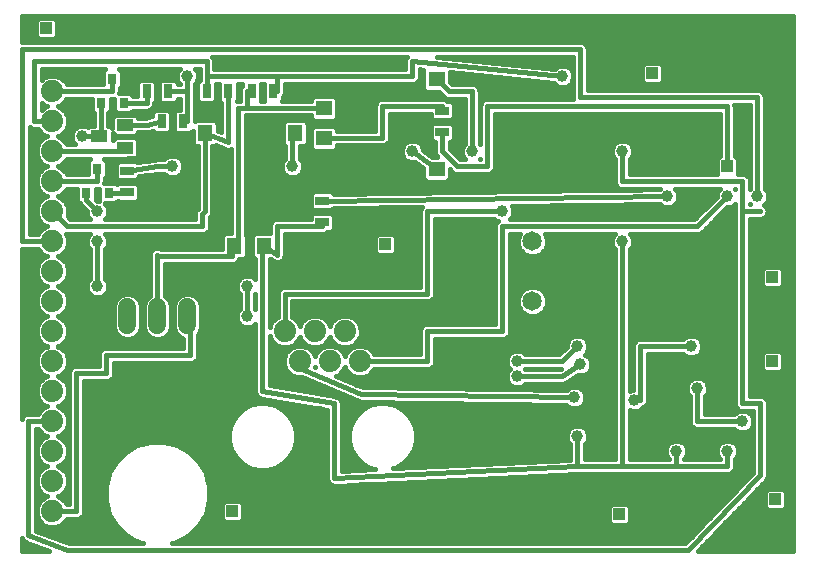
<source format=gbl>
G75*
G70*
%OFA0B0*%
%FSLAX24Y24*%
%IPPOS*%
%LPD*%
%AMOC8*
5,1,8,0,0,1.08239X$1,22.5*
%
%ADD10C,0.0600*%
%ADD11C,0.0650*%
%ADD12C,0.0740*%
%ADD13R,0.0315X0.0354*%
%ADD14R,0.0551X0.0394*%
%ADD15R,0.0315X0.0472*%
%ADD16R,0.0551X0.0512*%
%ADD17R,0.0512X0.0551*%
%ADD18R,0.0472X0.0315*%
%ADD19C,0.0396*%
%ADD20C,0.0160*%
%ADD21R,0.0396X0.0396*%
D10*
X004180Y008180D02*
X004180Y008780D01*
X005180Y008780D02*
X005180Y008180D01*
X006180Y008180D02*
X006180Y008780D01*
D11*
X017680Y008980D03*
X017680Y010980D03*
D12*
X011930Y006980D03*
X010930Y006980D03*
X009930Y006980D03*
X009430Y007980D03*
X010430Y007980D03*
X011430Y007980D03*
X001680Y007980D03*
X001680Y006980D03*
X001680Y005980D03*
X001680Y004980D03*
X001680Y003980D03*
X001680Y002980D03*
X001680Y001980D03*
X001680Y008980D03*
X001680Y009980D03*
X001680Y010980D03*
X001680Y011980D03*
X001680Y012980D03*
X001680Y013980D03*
X001680Y014980D03*
X001680Y015980D03*
D13*
X003306Y015586D03*
X004054Y015586D03*
X003680Y016413D03*
X003180Y013413D03*
X002806Y012586D03*
X003554Y012586D03*
D14*
X004113Y014106D03*
X004113Y014854D03*
X003247Y014480D03*
D15*
X005326Y014980D03*
X006034Y014980D03*
X005534Y015980D03*
X004826Y015980D03*
X006826Y015980D03*
X007534Y015980D03*
X008326Y015980D03*
X009034Y015980D03*
D16*
X010727Y015421D03*
X010727Y014421D03*
X014483Y013393D03*
X014483Y016393D03*
D17*
X009767Y014583D03*
X006767Y014583D03*
X007739Y010827D03*
X008739Y010827D03*
D18*
X010680Y011626D03*
X010680Y012334D03*
X014680Y014626D03*
X014680Y015334D03*
X004180Y013334D03*
X004180Y012626D03*
D19*
X003180Y011980D03*
X003180Y010980D03*
X003180Y009480D03*
X008180Y009480D03*
X008180Y008480D03*
X009680Y013480D03*
X005680Y013480D03*
X002680Y014480D03*
X006180Y016480D03*
X013680Y013980D03*
X015680Y013980D03*
X016680Y011980D03*
X020680Y010980D03*
X022180Y012480D03*
X020680Y013980D03*
X024180Y012480D03*
X025180Y012480D03*
X018680Y016480D03*
X019180Y007480D03*
X019280Y006880D03*
X019080Y005780D03*
X019180Y004480D03*
X021080Y005680D03*
X023180Y006080D03*
X024680Y004980D03*
X024180Y003980D03*
X022480Y003980D03*
X022980Y007480D03*
X017180Y006980D03*
X017180Y006480D03*
D20*
X001563Y000660D02*
X000660Y000660D01*
X000660Y001084D01*
X000677Y001044D01*
X000679Y001042D01*
X000680Y001039D01*
X000712Y001008D01*
X000744Y000977D01*
X000747Y000975D01*
X000749Y000973D01*
X000791Y000957D01*
X000832Y000940D01*
X000835Y000940D01*
X001563Y000660D01*
X001556Y000663D02*
X000660Y000663D01*
X000660Y000821D02*
X001144Y000821D01*
X000741Y000980D02*
X000660Y000980D01*
X000880Y001180D02*
X000880Y004980D01*
X001680Y004980D01*
X002075Y004626D02*
X002240Y004626D01*
X002129Y004680D02*
X001980Y004531D01*
X001858Y004480D01*
X001980Y004429D01*
X002129Y004280D01*
X002210Y004085D01*
X002210Y003875D01*
X002129Y003680D01*
X001980Y003531D01*
X001858Y003480D01*
X001980Y003429D01*
X002129Y003280D01*
X002210Y003085D01*
X002210Y002875D01*
X002129Y002680D01*
X001980Y002531D01*
X001858Y002480D01*
X001980Y002429D01*
X002129Y002280D01*
X002154Y002220D01*
X002240Y002220D01*
X002240Y006628D01*
X002277Y006716D01*
X002344Y006783D01*
X002432Y006820D01*
X003240Y006820D01*
X003240Y007228D01*
X003277Y007316D01*
X003344Y007383D01*
X003432Y007420D01*
X006040Y007420D01*
X006040Y007740D01*
X005919Y007790D01*
X005790Y007919D01*
X005720Y008088D01*
X005720Y008871D01*
X005790Y009041D01*
X005919Y009170D01*
X006088Y009240D01*
X006271Y009240D01*
X006441Y009170D01*
X006570Y009041D01*
X006640Y008871D01*
X006640Y008088D01*
X006570Y007919D01*
X006520Y007869D01*
X006520Y007132D01*
X006483Y007044D01*
X006416Y006977D01*
X006328Y006940D01*
X003720Y006940D01*
X003720Y006532D01*
X003683Y006444D01*
X003616Y006377D01*
X003528Y006340D01*
X002720Y006340D01*
X002720Y001932D01*
X002683Y001844D01*
X002616Y001777D01*
X002528Y001740D01*
X002154Y001740D01*
X002129Y001680D01*
X001980Y001531D01*
X001785Y001450D01*
X001575Y001450D01*
X001380Y001531D01*
X001231Y001680D01*
X001150Y001875D01*
X001150Y002085D01*
X001231Y002280D01*
X001380Y002429D01*
X001502Y002480D01*
X001380Y002531D01*
X001231Y002680D01*
X001150Y002875D01*
X001150Y003085D01*
X001231Y003280D01*
X001380Y003429D01*
X001502Y003480D01*
X001380Y003531D01*
X001231Y003680D01*
X001150Y003875D01*
X001150Y004085D01*
X001231Y004280D01*
X001380Y004429D01*
X001502Y004480D01*
X001380Y004531D01*
X001231Y004680D01*
X001206Y004740D01*
X001120Y004740D01*
X001120Y001345D01*
X002225Y000920D01*
X004691Y000920D01*
X004512Y000968D01*
X004118Y001196D01*
X003796Y001518D01*
X003568Y001912D01*
X003450Y002352D01*
X003450Y002808D01*
X003568Y003248D01*
X003796Y003642D01*
X004118Y003964D01*
X004512Y004192D01*
X004952Y004310D01*
X005408Y004310D01*
X005848Y004192D01*
X006242Y003964D01*
X006564Y003642D01*
X006792Y003248D01*
X006910Y002808D01*
X006910Y002352D01*
X006792Y001912D01*
X006564Y001518D01*
X006242Y001196D01*
X005848Y000968D01*
X005669Y000920D01*
X022778Y000920D01*
X025040Y003277D01*
X025040Y005340D01*
X024632Y005340D01*
X024544Y005377D01*
X024477Y005444D01*
X024440Y005532D01*
X024440Y012234D01*
X024383Y012176D01*
X024251Y012122D01*
X024161Y012122D01*
X023383Y011344D01*
X023316Y011277D01*
X023228Y011240D01*
X020926Y011240D01*
X020984Y011183D01*
X021038Y011051D01*
X021038Y010909D01*
X020984Y010777D01*
X020920Y010714D01*
X020920Y006001D01*
X021009Y006038D01*
X021040Y006038D01*
X021040Y007528D01*
X021077Y007616D01*
X021144Y007683D01*
X021232Y007720D01*
X022714Y007720D01*
X022777Y007784D01*
X022909Y007838D01*
X023051Y007838D01*
X023183Y007784D01*
X023284Y007683D01*
X023338Y007551D01*
X023338Y007409D01*
X023284Y007277D01*
X023183Y007176D01*
X023051Y007122D01*
X022909Y007122D01*
X022777Y007176D01*
X022714Y007240D01*
X021520Y007240D01*
X021520Y005632D01*
X021483Y005544D01*
X021416Y005477D01*
X021360Y005453D01*
X021283Y005376D01*
X021151Y005322D01*
X021009Y005322D01*
X020920Y005359D01*
X020920Y003720D01*
X022234Y003720D01*
X022176Y003777D01*
X022122Y003909D01*
X022122Y004051D01*
X022176Y004183D01*
X022277Y004284D01*
X022409Y004338D01*
X022551Y004338D01*
X022683Y004284D01*
X022784Y004183D01*
X022838Y004051D01*
X022838Y003909D01*
X022784Y003777D01*
X022726Y003720D01*
X023934Y003720D01*
X023876Y003777D01*
X023822Y003909D01*
X023822Y004051D01*
X023876Y004183D01*
X023977Y004284D01*
X024109Y004338D01*
X024251Y004338D01*
X024383Y004284D01*
X024484Y004183D01*
X024538Y004051D01*
X024538Y003909D01*
X024484Y003777D01*
X024420Y003714D01*
X024420Y003432D01*
X024383Y003344D01*
X024316Y003277D01*
X024228Y003240D01*
X019186Y003240D01*
X011133Y002842D01*
X011128Y002840D01*
X011086Y002840D01*
X011044Y002838D01*
X011038Y002840D01*
X011032Y002840D01*
X010994Y002856D01*
X010954Y002870D01*
X010950Y002874D01*
X010944Y002877D01*
X010914Y002906D01*
X010883Y002934D01*
X010881Y002940D01*
X010877Y002944D01*
X010861Y002983D01*
X010843Y003020D01*
X010842Y003027D01*
X010840Y003032D01*
X010840Y003074D01*
X010838Y003116D01*
X010840Y003122D01*
X010840Y005377D01*
X008660Y005740D01*
X008632Y005740D01*
X008613Y005748D01*
X008593Y005751D01*
X008570Y005766D01*
X008544Y005777D01*
X008530Y005791D01*
X008512Y005802D01*
X008496Y005824D01*
X008477Y005844D01*
X008469Y005863D01*
X008457Y005879D01*
X008451Y005907D01*
X008440Y005932D01*
X008440Y005953D01*
X008435Y005972D01*
X008440Y006000D01*
X008440Y008234D01*
X008383Y008176D01*
X008251Y008122D01*
X008109Y008122D01*
X007977Y008176D01*
X007876Y008277D01*
X007822Y008409D01*
X007822Y008551D01*
X007876Y008683D01*
X007940Y008746D01*
X007940Y009214D01*
X007876Y009277D01*
X007822Y009409D01*
X007822Y009551D01*
X007876Y009683D01*
X007977Y009784D01*
X008109Y009838D01*
X008251Y009838D01*
X008383Y009784D01*
X008440Y009726D01*
X008440Y010392D01*
X008417Y010392D01*
X008323Y010485D01*
X008323Y011169D01*
X008417Y011263D01*
X008940Y011263D01*
X008940Y011528D01*
X008977Y011616D01*
X009044Y011683D01*
X009132Y011720D01*
X010284Y011720D01*
X010284Y011849D01*
X010378Y011943D01*
X010982Y011943D01*
X011076Y011849D01*
X011076Y011402D01*
X010982Y011308D01*
X010848Y011308D01*
X010816Y011277D01*
X010728Y011240D01*
X009420Y011240D01*
X009420Y010550D01*
X009425Y010525D01*
X009420Y010503D01*
X009420Y010480D01*
X009410Y010456D01*
X009405Y010432D01*
X009392Y010413D01*
X009383Y010391D01*
X009366Y010374D01*
X009352Y010353D01*
X009332Y010340D01*
X009316Y010324D01*
X009293Y010314D01*
X009272Y010300D01*
X009249Y010296D01*
X009228Y010287D01*
X009203Y010287D01*
X009178Y010283D01*
X009155Y010287D01*
X009132Y010287D01*
X009109Y010297D01*
X009084Y010302D01*
X009065Y010315D01*
X009044Y010324D01*
X009026Y010342D01*
X008953Y010392D01*
X008920Y010392D01*
X008920Y008134D01*
X008981Y008280D01*
X009130Y008429D01*
X009190Y008454D01*
X009190Y009278D01*
X009227Y009366D01*
X009294Y009433D01*
X009382Y009470D01*
X013940Y009470D01*
X013940Y012028D01*
X013977Y012116D01*
X013997Y012136D01*
X011065Y012099D01*
X010982Y012017D01*
X010378Y012017D01*
X010284Y012111D01*
X010284Y012558D01*
X010378Y012652D01*
X010982Y012652D01*
X011055Y012579D01*
X021910Y012717D01*
X021934Y012740D01*
X020632Y012740D01*
X020544Y012777D01*
X020477Y012844D01*
X020440Y012932D01*
X020440Y013714D01*
X020376Y013777D01*
X020322Y013909D01*
X020322Y014051D01*
X020376Y014183D01*
X020477Y014284D01*
X020609Y014338D01*
X020751Y014338D01*
X020883Y014284D01*
X020984Y014183D01*
X021038Y014051D01*
X021038Y013909D01*
X020984Y013777D01*
X020920Y013714D01*
X020920Y013220D01*
X023822Y013220D01*
X023822Y013744D01*
X023916Y013838D01*
X023940Y013838D01*
X023940Y015240D01*
X016420Y015240D01*
X016420Y013432D01*
X016383Y013344D01*
X016316Y013277D01*
X016228Y013240D01*
X015132Y013240D01*
X015044Y013277D01*
X014977Y013344D01*
X014977Y013344D01*
X014919Y013402D01*
X014919Y013071D01*
X014825Y012977D01*
X014141Y012977D01*
X014048Y013071D01*
X014048Y013414D01*
X013759Y013625D01*
X013751Y013622D01*
X013609Y013622D01*
X013477Y013676D01*
X013376Y013777D01*
X013322Y013909D01*
X013322Y014051D01*
X013376Y014183D01*
X013477Y014284D01*
X013609Y014338D01*
X013751Y014338D01*
X013883Y014284D01*
X013984Y014183D01*
X014038Y014051D01*
X014038Y014016D01*
X014321Y013809D01*
X014511Y013809D01*
X014477Y013844D01*
X014440Y013932D01*
X014440Y014308D01*
X014378Y014308D01*
X014284Y014402D01*
X014284Y014849D01*
X014378Y014943D01*
X014982Y014943D01*
X015076Y014849D01*
X015076Y014402D01*
X014982Y014308D01*
X014920Y014308D01*
X014920Y014079D01*
X015279Y013720D01*
X015434Y013720D01*
X015376Y013777D01*
X015322Y013909D01*
X015322Y014051D01*
X015376Y014183D01*
X015440Y014246D01*
X015440Y015740D01*
X014849Y015740D01*
X014761Y015777D01*
X014693Y015844D01*
X014560Y015977D01*
X014141Y015977D01*
X014048Y016071D01*
X014048Y016702D01*
X013920Y016715D01*
X013920Y016432D01*
X013883Y016344D01*
X013816Y016277D01*
X013728Y016240D01*
X009420Y016240D01*
X009420Y015932D01*
X009383Y015844D01*
X009352Y015812D01*
X009352Y015678D01*
X009335Y015661D01*
X010292Y015661D01*
X010292Y015743D01*
X010385Y015837D01*
X011069Y015837D01*
X011163Y015743D01*
X011163Y015099D01*
X011069Y015005D01*
X010385Y015005D01*
X010292Y015099D01*
X010292Y015181D01*
X008120Y015181D01*
X008120Y011204D01*
X008155Y011169D01*
X008155Y010485D01*
X008061Y010392D01*
X007903Y010392D01*
X007883Y010344D01*
X007816Y010277D01*
X007728Y010240D01*
X005420Y010240D01*
X005420Y009178D01*
X005441Y009170D01*
X005570Y009041D01*
X005640Y008871D01*
X005640Y008088D01*
X005570Y007919D01*
X005441Y007790D01*
X005271Y007720D01*
X005088Y007720D01*
X004919Y007790D01*
X004790Y007919D01*
X004720Y008088D01*
X004720Y008871D01*
X004790Y009041D01*
X004919Y009170D01*
X004940Y009178D01*
X004940Y010575D01*
X004977Y010663D01*
X005044Y010731D01*
X005132Y010767D01*
X005228Y010767D01*
X005316Y010731D01*
X005327Y010720D01*
X007323Y010720D01*
X007323Y011169D01*
X007417Y011263D01*
X007640Y011263D01*
X007640Y014067D01*
X007628Y014062D01*
X007587Y014044D01*
X007584Y014044D01*
X007582Y014043D01*
X007537Y014043D01*
X007491Y014042D01*
X007489Y014043D01*
X007487Y014043D01*
X007445Y014060D01*
X007126Y014185D01*
X007089Y014148D01*
X007007Y014148D01*
X007007Y011932D01*
X006970Y011844D01*
X006920Y011794D01*
X006920Y011432D01*
X006883Y011344D01*
X006816Y011277D01*
X006728Y011240D01*
X003426Y011240D01*
X003484Y011183D01*
X003538Y011051D01*
X003538Y010909D01*
X003484Y010777D01*
X003420Y010714D01*
X003420Y009746D01*
X003484Y009683D01*
X003538Y009551D01*
X003538Y009409D01*
X003484Y009277D01*
X003383Y009176D01*
X003251Y009122D01*
X003109Y009122D01*
X002977Y009176D01*
X002876Y009277D01*
X002822Y009409D01*
X002822Y009551D01*
X002876Y009683D01*
X002940Y009746D01*
X002940Y010714D01*
X002876Y010777D01*
X002822Y010909D01*
X002822Y011051D01*
X002876Y011183D01*
X002934Y011240D01*
X002146Y011240D01*
X002210Y011085D01*
X002210Y010875D01*
X002129Y010680D01*
X001980Y010531D01*
X001858Y010480D01*
X001980Y010429D01*
X002129Y010280D01*
X002210Y010085D01*
X002210Y009875D01*
X002129Y009680D01*
X001980Y009531D01*
X001858Y009480D01*
X001980Y009429D01*
X002129Y009280D01*
X002210Y009085D01*
X002210Y008875D01*
X002129Y008680D01*
X001980Y008531D01*
X001858Y008480D01*
X001980Y008429D01*
X002129Y008280D01*
X002210Y008085D01*
X002210Y007875D01*
X002129Y007680D01*
X001980Y007531D01*
X001858Y007480D01*
X001980Y007429D01*
X002129Y007280D01*
X002210Y007085D01*
X002210Y006875D01*
X002129Y006680D01*
X001980Y006531D01*
X001858Y006480D01*
X001980Y006429D01*
X002129Y006280D01*
X002210Y006085D01*
X002210Y005875D01*
X002129Y005680D01*
X001980Y005531D01*
X001858Y005480D01*
X001980Y005429D01*
X002129Y005280D01*
X002210Y005085D01*
X002210Y004875D01*
X002129Y004680D01*
X002172Y004784D02*
X002240Y004784D01*
X002240Y004943D02*
X002210Y004943D01*
X002204Y005101D02*
X002240Y005101D01*
X002240Y005260D02*
X002138Y005260D01*
X002240Y005418D02*
X001992Y005418D01*
X002026Y005577D02*
X002240Y005577D01*
X002240Y005735D02*
X002152Y005735D01*
X002210Y005894D02*
X002240Y005894D01*
X002240Y006052D02*
X002210Y006052D01*
X002240Y006211D02*
X002158Y006211D01*
X002240Y006369D02*
X002041Y006369D01*
X001973Y006528D02*
X002240Y006528D01*
X002264Y006686D02*
X002132Y006686D01*
X002198Y006845D02*
X003240Y006845D01*
X003240Y007003D02*
X002210Y007003D01*
X002178Y007162D02*
X003240Y007162D01*
X003281Y007320D02*
X002090Y007320D01*
X001861Y007479D02*
X006040Y007479D01*
X006040Y007637D02*
X002087Y007637D01*
X002177Y007796D02*
X003914Y007796D01*
X003919Y007790D02*
X004088Y007720D01*
X004271Y007720D01*
X004441Y007790D01*
X004570Y007919D01*
X004640Y008088D01*
X004640Y008871D01*
X004570Y009041D01*
X004441Y009170D01*
X004271Y009240D01*
X004088Y009240D01*
X003919Y009170D01*
X003790Y009041D01*
X003720Y008871D01*
X003720Y008088D01*
X003790Y007919D01*
X003919Y007790D01*
X003776Y007954D02*
X002210Y007954D01*
X002199Y008113D02*
X003720Y008113D01*
X003720Y008271D02*
X002133Y008271D01*
X001980Y008430D02*
X003720Y008430D01*
X003720Y008588D02*
X002038Y008588D01*
X002157Y008747D02*
X003720Y008747D01*
X003734Y008905D02*
X002210Y008905D01*
X002210Y009064D02*
X003813Y009064D01*
X004045Y009222D02*
X003428Y009222D01*
X003526Y009381D02*
X004940Y009381D01*
X004940Y009539D02*
X003538Y009539D01*
X003469Y009698D02*
X004940Y009698D01*
X004940Y009856D02*
X003420Y009856D01*
X003420Y010015D02*
X004940Y010015D01*
X004940Y010173D02*
X003420Y010173D01*
X003420Y010332D02*
X004940Y010332D01*
X004940Y010490D02*
X003420Y010490D01*
X003420Y010649D02*
X004970Y010649D01*
X005180Y010527D02*
X005180Y008480D01*
X005180Y010480D01*
X007680Y010480D01*
X007680Y010527D01*
X007739Y010827D01*
X007739Y010680D01*
X007680Y010680D01*
X007680Y010580D01*
X007739Y010680D02*
X007880Y010680D01*
X007880Y015421D01*
X008180Y015421D01*
X010727Y015421D01*
X011163Y015404D02*
X012440Y015404D01*
X012440Y015528D02*
X012440Y014661D01*
X011163Y014661D01*
X011163Y014743D01*
X011069Y014837D01*
X010385Y014837D01*
X010292Y014743D01*
X010292Y014099D01*
X010385Y014005D01*
X011069Y014005D01*
X011163Y014099D01*
X011163Y014181D01*
X012728Y014181D01*
X012816Y014217D01*
X012883Y014285D01*
X012920Y014373D01*
X012920Y015240D01*
X014284Y015240D01*
X014284Y015111D01*
X014378Y015017D01*
X014982Y015017D01*
X015076Y015111D01*
X015076Y015558D01*
X014982Y015652D01*
X014848Y015652D01*
X014816Y015683D01*
X014728Y015720D01*
X012632Y015720D01*
X012544Y015683D01*
X012477Y015616D01*
X012440Y015528D01*
X012454Y015562D02*
X011163Y015562D01*
X011163Y015721D02*
X015440Y015721D01*
X015440Y015562D02*
X015072Y015562D01*
X015076Y015404D02*
X015440Y015404D01*
X015440Y015245D02*
X015076Y015245D01*
X015052Y015087D02*
X015440Y015087D01*
X015440Y014928D02*
X014998Y014928D01*
X015076Y014770D02*
X015440Y014770D01*
X015440Y014611D02*
X015076Y014611D01*
X015076Y014453D02*
X015440Y014453D01*
X015440Y014294D02*
X014920Y014294D01*
X014920Y014136D02*
X015357Y014136D01*
X015322Y013977D02*
X015022Y013977D01*
X015181Y013819D02*
X015359Y013819D01*
X015680Y013980D02*
X015680Y015980D01*
X014897Y015980D01*
X014483Y016393D01*
X014048Y016355D02*
X013888Y016355D01*
X013920Y016513D02*
X014048Y016513D01*
X014048Y016672D02*
X013920Y016672D01*
X013680Y016480D02*
X013680Y016980D01*
X018680Y016480D01*
X019016Y016355D02*
X019040Y016355D01*
X019038Y016409D02*
X019038Y016551D01*
X018984Y016683D01*
X018883Y016784D01*
X018751Y016838D01*
X018609Y016838D01*
X018477Y016784D01*
X018439Y016745D01*
X014492Y017140D01*
X019040Y017140D01*
X019040Y015732D01*
X019045Y015720D01*
X016132Y015720D01*
X016044Y015683D01*
X015977Y015616D01*
X015940Y015528D01*
X015940Y014226D01*
X015920Y014246D01*
X015920Y016028D01*
X015883Y016116D01*
X015816Y016183D01*
X015728Y016220D01*
X014996Y016220D01*
X014919Y016297D01*
X014919Y016615D01*
X018385Y016268D01*
X018477Y016176D01*
X018609Y016122D01*
X018751Y016122D01*
X018883Y016176D01*
X018984Y016277D01*
X019038Y016409D01*
X019038Y016513D02*
X019040Y016513D01*
X019040Y016672D02*
X018988Y016672D01*
X019040Y016830D02*
X018771Y016830D01*
X018589Y016830D02*
X017592Y016830D01*
X017523Y016355D02*
X014919Y016355D01*
X014919Y016513D02*
X015938Y016513D01*
X015786Y016196D02*
X018458Y016196D01*
X018902Y016196D02*
X019040Y016196D01*
X019040Y016038D02*
X015916Y016038D01*
X015920Y015879D02*
X019040Y015879D01*
X019045Y015721D02*
X015920Y015721D01*
X015920Y015562D02*
X015954Y015562D01*
X015940Y015404D02*
X015920Y015404D01*
X015920Y015245D02*
X015940Y015245D01*
X015940Y015087D02*
X015920Y015087D01*
X015920Y014928D02*
X015940Y014928D01*
X015940Y014770D02*
X015920Y014770D01*
X015920Y014611D02*
X015940Y014611D01*
X015940Y014453D02*
X015920Y014453D01*
X015920Y014294D02*
X015940Y014294D01*
X016420Y014294D02*
X020502Y014294D01*
X020357Y014136D02*
X016420Y014136D01*
X016420Y013977D02*
X020322Y013977D01*
X020359Y013819D02*
X016420Y013819D01*
X016420Y013660D02*
X020440Y013660D01*
X020440Y013502D02*
X016420Y013502D01*
X016382Y013343D02*
X020440Y013343D01*
X020440Y013185D02*
X014919Y013185D01*
X014919Y013343D02*
X014978Y013343D01*
X015180Y013480D02*
X016180Y013480D01*
X016180Y014980D01*
X016180Y015480D01*
X024180Y015480D01*
X024180Y013480D01*
X024538Y013502D02*
X024940Y013502D01*
X024940Y013660D02*
X024538Y013660D01*
X024538Y013744D02*
X024444Y013838D01*
X024420Y013838D01*
X024420Y015528D01*
X024415Y015540D01*
X024940Y015540D01*
X024940Y012746D01*
X024920Y012726D01*
X024920Y013028D01*
X024883Y013116D01*
X024816Y013183D01*
X024728Y013220D01*
X024538Y013220D01*
X024538Y013744D01*
X024464Y013819D02*
X024940Y013819D01*
X024940Y013977D02*
X024420Y013977D01*
X024420Y014136D02*
X024940Y014136D01*
X024940Y014294D02*
X024420Y014294D01*
X024420Y014453D02*
X024940Y014453D01*
X024940Y014611D02*
X024420Y014611D01*
X024420Y014770D02*
X024940Y014770D01*
X024940Y014928D02*
X024420Y014928D01*
X024420Y015087D02*
X024940Y015087D01*
X024940Y015245D02*
X024420Y015245D01*
X024420Y015404D02*
X024940Y015404D01*
X025420Y015404D02*
X026370Y015404D01*
X026370Y015562D02*
X025420Y015562D01*
X025420Y015721D02*
X026370Y015721D01*
X026370Y015879D02*
X025399Y015879D01*
X025383Y015916D02*
X025420Y015828D01*
X025420Y012746D01*
X025484Y012683D01*
X025538Y012551D01*
X025538Y012409D01*
X025484Y012277D01*
X025398Y012191D01*
X025416Y012183D01*
X025483Y012116D01*
X025520Y012028D01*
X025520Y011932D01*
X025483Y011844D01*
X025416Y011777D01*
X025328Y011740D01*
X024920Y011740D01*
X024920Y005820D01*
X025232Y005820D01*
X025328Y005820D01*
X025416Y005783D01*
X025483Y005716D01*
X025520Y005628D01*
X025520Y003182D01*
X025521Y003137D01*
X025520Y003135D01*
X025520Y003132D01*
X025503Y003090D01*
X025486Y003048D01*
X025484Y003046D01*
X025483Y003044D01*
X025451Y003012D01*
X023193Y000660D01*
X026370Y000660D01*
X026370Y018496D01*
X000660Y018496D01*
X000660Y017620D01*
X019328Y017620D01*
X019416Y017583D01*
X019483Y017516D01*
X019520Y017428D01*
X019520Y016020D01*
X025228Y016020D01*
X025316Y015983D01*
X025383Y015916D01*
X025180Y015780D02*
X025180Y012480D01*
X025457Y012709D02*
X026370Y012709D01*
X026370Y012551D02*
X025538Y012551D01*
X025531Y012392D02*
X026370Y012392D01*
X026370Y012234D02*
X025440Y012234D01*
X025500Y012075D02*
X026370Y012075D01*
X026370Y011917D02*
X025513Y011917D01*
X025371Y011758D02*
X026370Y011758D01*
X026370Y011600D02*
X024920Y011600D01*
X024920Y011441D02*
X026370Y011441D01*
X026370Y011283D02*
X024920Y011283D01*
X024920Y011124D02*
X026370Y011124D01*
X026370Y010966D02*
X024920Y010966D01*
X024920Y010807D02*
X026370Y010807D01*
X026370Y010649D02*
X024920Y010649D01*
X024920Y010490D02*
X026370Y010490D01*
X026370Y010332D02*
X024920Y010332D01*
X024920Y010173D02*
X026370Y010173D01*
X026370Y010015D02*
X026038Y010015D01*
X026038Y010044D02*
X025944Y010138D01*
X025416Y010138D01*
X025322Y010044D01*
X025322Y009516D01*
X025416Y009422D01*
X025944Y009422D01*
X026038Y009516D01*
X026038Y010044D01*
X026038Y009856D02*
X026370Y009856D01*
X026370Y009698D02*
X026038Y009698D01*
X026038Y009539D02*
X026370Y009539D01*
X026370Y009381D02*
X024920Y009381D01*
X024920Y009539D02*
X025322Y009539D01*
X025322Y009698D02*
X024920Y009698D01*
X024920Y009856D02*
X025322Y009856D01*
X025322Y010015D02*
X024920Y010015D01*
X024440Y010015D02*
X020920Y010015D01*
X020920Y010173D02*
X024440Y010173D01*
X024440Y010332D02*
X020920Y010332D01*
X020920Y010490D02*
X024440Y010490D01*
X024440Y010649D02*
X020920Y010649D01*
X020996Y010807D02*
X024440Y010807D01*
X024440Y010966D02*
X021038Y010966D01*
X021008Y011124D02*
X024440Y011124D01*
X024440Y011283D02*
X023322Y011283D01*
X023480Y011441D02*
X024440Y011441D01*
X024440Y011600D02*
X023639Y011600D01*
X023797Y011758D02*
X024440Y011758D01*
X024440Y011917D02*
X023956Y011917D01*
X024114Y012075D02*
X024440Y012075D01*
X024440Y012234D02*
X024440Y012234D01*
X024680Y011980D02*
X024680Y005580D01*
X025280Y005580D01*
X025280Y003180D01*
X022880Y000680D01*
X002180Y000680D01*
X000880Y001180D01*
X001120Y001456D02*
X001561Y001456D01*
X001799Y001456D02*
X003858Y001456D01*
X003740Y001614D02*
X002064Y001614D01*
X001680Y001980D02*
X002480Y001980D01*
X002480Y006580D01*
X003480Y006580D01*
X003480Y007180D01*
X006280Y007180D01*
X006280Y008480D01*
X006180Y008480D01*
X005720Y008430D02*
X005640Y008430D01*
X005640Y008588D02*
X005720Y008588D01*
X005720Y008747D02*
X005640Y008747D01*
X005626Y008905D02*
X005734Y008905D01*
X005813Y009064D02*
X005547Y009064D01*
X005420Y009222D02*
X006045Y009222D01*
X006315Y009222D02*
X007932Y009222D01*
X007940Y009064D02*
X006547Y009064D01*
X006626Y008905D02*
X007940Y008905D01*
X007940Y008747D02*
X006640Y008747D01*
X006640Y008588D02*
X007837Y008588D01*
X007822Y008430D02*
X006640Y008430D01*
X006640Y008271D02*
X007883Y008271D01*
X008180Y008480D02*
X008180Y009480D01*
X008428Y009222D02*
X008440Y009222D01*
X008440Y009234D02*
X008440Y008726D01*
X008420Y008746D01*
X008420Y009214D01*
X008440Y009234D01*
X008440Y009064D02*
X008420Y009064D01*
X008420Y008905D02*
X008440Y008905D01*
X008440Y008747D02*
X008420Y008747D01*
X008920Y008747D02*
X009190Y008747D01*
X009190Y008905D02*
X008920Y008905D01*
X008920Y009064D02*
X009190Y009064D01*
X009190Y009222D02*
X008920Y009222D01*
X008920Y009381D02*
X009241Y009381D01*
X009430Y009230D02*
X009430Y007980D01*
X008933Y007796D02*
X008920Y007796D01*
X008920Y007826D02*
X008981Y007680D01*
X009130Y007531D01*
X009325Y007450D01*
X009535Y007450D01*
X009730Y007531D01*
X009879Y007680D01*
X009930Y007802D01*
X009981Y007680D01*
X010130Y007531D01*
X010325Y007450D01*
X010535Y007450D01*
X010730Y007531D01*
X010879Y007680D01*
X010930Y007802D01*
X010981Y007680D01*
X011130Y007531D01*
X011325Y007450D01*
X011535Y007450D01*
X011730Y007531D01*
X011879Y007680D01*
X011960Y007875D01*
X011960Y008085D01*
X011879Y008280D01*
X011730Y008429D01*
X011535Y008510D01*
X011325Y008510D01*
X011130Y008429D01*
X010981Y008280D01*
X010930Y008158D01*
X010879Y008280D01*
X010730Y008429D01*
X010535Y008510D01*
X010325Y008510D01*
X010130Y008429D01*
X009981Y008280D01*
X009930Y008158D01*
X009879Y008280D01*
X009730Y008429D01*
X009670Y008454D01*
X009670Y008990D01*
X014228Y008990D01*
X014316Y009027D01*
X014383Y009094D01*
X014420Y009182D01*
X014420Y011740D01*
X016414Y011740D01*
X016477Y011676D01*
X016519Y011659D01*
X016477Y011616D01*
X016440Y011528D01*
X016440Y008220D01*
X014132Y008220D01*
X014044Y008183D01*
X013977Y008116D01*
X013940Y008028D01*
X013940Y007220D01*
X012404Y007220D01*
X012379Y007280D01*
X012230Y007429D01*
X012035Y007510D01*
X011825Y007510D01*
X011630Y007429D01*
X011481Y007280D01*
X011430Y007158D01*
X011379Y007280D01*
X011230Y007429D01*
X011035Y007510D01*
X010825Y007510D01*
X010630Y007429D01*
X010481Y007280D01*
X010430Y007158D01*
X010379Y007280D01*
X010230Y007429D01*
X010035Y007510D01*
X009825Y007510D01*
X009630Y007429D01*
X009481Y007280D01*
X009400Y007085D01*
X009400Y006875D01*
X009481Y006680D01*
X009630Y006531D01*
X009825Y006450D01*
X010008Y006450D01*
X011886Y005659D01*
X011929Y005641D01*
X011930Y005641D01*
X011931Y005640D01*
X011978Y005640D01*
X018810Y005544D01*
X018877Y005476D01*
X019009Y005422D01*
X019151Y005422D01*
X019283Y005476D01*
X019384Y005577D01*
X019438Y005709D01*
X019438Y005851D01*
X019384Y005983D01*
X019283Y006084D01*
X019151Y006138D01*
X019009Y006138D01*
X018877Y006084D01*
X018817Y006024D01*
X012030Y006119D01*
X011141Y006494D01*
X011230Y006531D01*
X011379Y006680D01*
X011430Y006802D01*
X011481Y006680D01*
X011630Y006531D01*
X011825Y006450D01*
X012035Y006450D01*
X012230Y006531D01*
X012379Y006680D01*
X012404Y006740D01*
X014228Y006740D01*
X014316Y006777D01*
X014383Y006844D01*
X014420Y006932D01*
X014420Y007740D01*
X016728Y007740D01*
X016816Y007777D01*
X016883Y007844D01*
X016920Y007932D01*
X016920Y011240D01*
X017263Y011240D01*
X017195Y011076D01*
X017195Y010884D01*
X017269Y010705D01*
X017405Y010569D01*
X017584Y010495D01*
X017776Y010495D01*
X017955Y010569D01*
X018091Y010705D01*
X018165Y010884D01*
X018165Y011076D01*
X018097Y011240D01*
X020434Y011240D01*
X020376Y011183D01*
X020322Y011051D01*
X020322Y010909D01*
X020376Y010777D01*
X020440Y010714D01*
X020440Y003720D01*
X019420Y003720D01*
X019420Y004214D01*
X019484Y004277D01*
X019538Y004409D01*
X019538Y004551D01*
X019484Y004683D01*
X019383Y004784D01*
X019251Y004838D01*
X019109Y004838D01*
X018977Y004784D01*
X018876Y004683D01*
X018822Y004551D01*
X018822Y004409D01*
X018876Y004277D01*
X018940Y004214D01*
X018940Y003708D01*
X013041Y003417D01*
X013112Y003436D01*
X013368Y003584D01*
X013576Y003792D01*
X013724Y004048D01*
X013800Y004333D01*
X013800Y004627D01*
X013724Y004912D01*
X013576Y005168D01*
X013368Y005376D01*
X013112Y005524D01*
X012827Y005600D01*
X012533Y005600D01*
X012248Y005524D01*
X011992Y005376D01*
X011784Y005168D01*
X011636Y004912D01*
X011560Y004627D01*
X011560Y004333D01*
X011636Y004048D01*
X011784Y003792D01*
X011992Y003584D01*
X012248Y003436D01*
X012432Y003387D01*
X011320Y003332D01*
X011320Y005560D01*
X011325Y005588D01*
X011320Y005607D01*
X011320Y005628D01*
X011309Y005653D01*
X011303Y005681D01*
X011291Y005697D01*
X011283Y005716D01*
X011264Y005736D01*
X011248Y005758D01*
X011230Y005769D01*
X011216Y005783D01*
X011190Y005794D01*
X011167Y005809D01*
X011147Y005812D01*
X011128Y005820D01*
X011100Y005820D01*
X008920Y006183D01*
X008920Y007826D01*
X008920Y007637D02*
X009023Y007637D01*
X008920Y007479D02*
X009256Y007479D01*
X009520Y007320D02*
X008920Y007320D01*
X008920Y007162D02*
X009432Y007162D01*
X009400Y007003D02*
X008920Y007003D01*
X008920Y006845D02*
X009412Y006845D01*
X009478Y006686D02*
X008920Y006686D01*
X008920Y006528D02*
X009637Y006528D01*
X010080Y006680D02*
X010080Y006980D01*
X009930Y006980D01*
X010080Y006680D02*
X011980Y005880D01*
X019080Y005780D01*
X019421Y005894D02*
X020440Y005894D01*
X020440Y006052D02*
X019314Y006052D01*
X019438Y005735D02*
X020440Y005735D01*
X020440Y005577D02*
X019383Y005577D01*
X018846Y006052D02*
X016809Y006052D01*
X016943Y006211D02*
X011814Y006211D01*
X011437Y006369D02*
X016838Y006369D01*
X016822Y006409D02*
X016876Y006277D01*
X016977Y006176D01*
X017109Y006122D01*
X017251Y006122D01*
X017383Y006176D01*
X017446Y006240D01*
X018656Y006240D01*
X018680Y006235D01*
X018704Y006240D01*
X018728Y006240D01*
X018750Y006249D01*
X018773Y006254D01*
X018794Y006267D01*
X018816Y006277D01*
X018833Y006293D01*
X019188Y006530D01*
X019209Y006522D01*
X019351Y006522D01*
X019483Y006576D01*
X019584Y006677D01*
X019638Y006809D01*
X019638Y006951D01*
X019584Y007083D01*
X019483Y007184D01*
X019417Y007211D01*
X019484Y007277D01*
X019538Y007409D01*
X019538Y007551D01*
X019484Y007683D01*
X019383Y007784D01*
X019251Y007838D01*
X019109Y007838D01*
X018977Y007784D01*
X018876Y007683D01*
X018822Y007551D01*
X018822Y007461D01*
X018581Y007220D01*
X017446Y007220D01*
X017383Y007284D01*
X017251Y007338D01*
X017109Y007338D01*
X016977Y007284D01*
X016876Y007183D01*
X016822Y007051D01*
X016822Y006909D01*
X016876Y006777D01*
X016924Y006730D01*
X016876Y006683D01*
X016822Y006551D01*
X016822Y006409D01*
X016822Y006528D02*
X012223Y006528D01*
X012382Y006686D02*
X016880Y006686D01*
X016849Y006845D02*
X014384Y006845D01*
X014420Y007003D02*
X016822Y007003D01*
X016868Y007162D02*
X014420Y007162D01*
X014420Y007320D02*
X017065Y007320D01*
X017295Y007320D02*
X018681Y007320D01*
X018822Y007479D02*
X014420Y007479D01*
X014420Y007637D02*
X018857Y007637D01*
X019006Y007796D02*
X016835Y007796D01*
X016920Y007954D02*
X020440Y007954D01*
X020440Y007796D02*
X019354Y007796D01*
X019503Y007637D02*
X020440Y007637D01*
X020440Y007479D02*
X019538Y007479D01*
X019501Y007320D02*
X020440Y007320D01*
X020440Y007162D02*
X019505Y007162D01*
X019617Y007003D02*
X020440Y007003D01*
X020440Y006845D02*
X019638Y006845D01*
X019587Y006686D02*
X020440Y006686D01*
X020440Y006528D02*
X019365Y006528D01*
X019195Y006528D02*
X019184Y006528D01*
X018946Y006369D02*
X020440Y006369D01*
X020440Y006211D02*
X017417Y006211D01*
X017180Y006480D02*
X018680Y006480D01*
X019280Y006880D01*
X018680Y006980D02*
X017180Y006980D01*
X017436Y006730D02*
X017446Y006740D01*
X018637Y006740D01*
X018607Y006720D01*
X017446Y006720D01*
X017436Y006730D01*
X018680Y006980D02*
X019180Y007480D01*
X020440Y008113D02*
X016920Y008113D01*
X016920Y008271D02*
X020440Y008271D01*
X020440Y008430D02*
X016920Y008430D01*
X016920Y008588D02*
X017386Y008588D01*
X017405Y008569D02*
X017584Y008495D01*
X017776Y008495D01*
X017955Y008569D01*
X018091Y008705D01*
X018165Y008884D01*
X018165Y009076D01*
X018091Y009255D01*
X017955Y009391D01*
X017776Y009465D01*
X017584Y009465D01*
X017405Y009391D01*
X017269Y009255D01*
X017195Y009076D01*
X017195Y008884D01*
X017269Y008705D01*
X017405Y008569D01*
X017252Y008747D02*
X016920Y008747D01*
X016920Y008905D02*
X017195Y008905D01*
X017195Y009064D02*
X016920Y009064D01*
X016920Y009222D02*
X017255Y009222D01*
X017395Y009381D02*
X016920Y009381D01*
X016920Y009539D02*
X020440Y009539D01*
X020440Y009381D02*
X017965Y009381D01*
X018105Y009222D02*
X020440Y009222D01*
X020440Y009064D02*
X018165Y009064D01*
X018165Y008905D02*
X020440Y008905D01*
X020440Y008747D02*
X018108Y008747D01*
X017974Y008588D02*
X020440Y008588D01*
X020920Y008588D02*
X024440Y008588D01*
X024440Y008430D02*
X020920Y008430D01*
X020920Y008271D02*
X024440Y008271D01*
X024440Y008113D02*
X020920Y008113D01*
X020920Y007954D02*
X024440Y007954D01*
X024440Y007796D02*
X023154Y007796D01*
X023303Y007637D02*
X024440Y007637D01*
X024440Y007479D02*
X023338Y007479D01*
X023301Y007320D02*
X024440Y007320D01*
X024440Y007162D02*
X023147Y007162D01*
X022813Y007162D02*
X021520Y007162D01*
X021520Y007003D02*
X024440Y007003D01*
X024440Y006845D02*
X021520Y006845D01*
X021520Y006686D02*
X024440Y006686D01*
X024440Y006528D02*
X021520Y006528D01*
X021520Y006369D02*
X022963Y006369D01*
X022977Y006384D02*
X022876Y006283D01*
X022822Y006151D01*
X022822Y006009D01*
X022876Y005877D01*
X022940Y005814D01*
X022940Y004932D01*
X022977Y004844D01*
X023044Y004777D01*
X023132Y004740D01*
X024414Y004740D01*
X024477Y004676D01*
X024609Y004622D01*
X024751Y004622D01*
X024883Y004676D01*
X024984Y004777D01*
X025038Y004909D01*
X025038Y005051D01*
X024984Y005183D01*
X024883Y005284D01*
X024751Y005338D01*
X024609Y005338D01*
X024477Y005284D01*
X024414Y005220D01*
X023420Y005220D01*
X023420Y005814D01*
X023484Y005877D01*
X023538Y006009D01*
X023538Y006151D01*
X023484Y006283D01*
X023383Y006384D01*
X023251Y006438D01*
X023109Y006438D01*
X022977Y006384D01*
X022846Y006211D02*
X021520Y006211D01*
X021520Y006052D02*
X022822Y006052D01*
X022870Y005894D02*
X021520Y005894D01*
X021520Y005735D02*
X022940Y005735D01*
X022940Y005577D02*
X021497Y005577D01*
X021324Y005418D02*
X022940Y005418D01*
X022940Y005260D02*
X020920Y005260D01*
X020920Y005101D02*
X022940Y005101D01*
X022940Y004943D02*
X020920Y004943D01*
X020920Y004784D02*
X023037Y004784D01*
X023180Y004980D02*
X023180Y006080D01*
X023514Y006211D02*
X024440Y006211D01*
X024440Y006369D02*
X023397Y006369D01*
X023538Y006052D02*
X024440Y006052D01*
X024440Y005894D02*
X023490Y005894D01*
X023420Y005735D02*
X024440Y005735D01*
X024440Y005577D02*
X023420Y005577D01*
X023420Y005418D02*
X024503Y005418D01*
X024453Y005260D02*
X023420Y005260D01*
X023180Y004980D02*
X024580Y004980D01*
X024600Y004626D02*
X020920Y004626D01*
X020920Y004467D02*
X025040Y004467D01*
X025040Y004309D02*
X024323Y004309D01*
X024497Y004150D02*
X025040Y004150D01*
X025040Y003992D02*
X024538Y003992D01*
X024507Y003833D02*
X025040Y003833D01*
X025040Y003675D02*
X024420Y003675D01*
X024420Y003516D02*
X025040Y003516D01*
X025040Y003358D02*
X024389Y003358D01*
X024180Y003480D02*
X024180Y003980D01*
X023853Y003833D02*
X022807Y003833D01*
X022838Y003992D02*
X023822Y003992D01*
X023863Y004150D02*
X022797Y004150D01*
X022623Y004309D02*
X024037Y004309D01*
X024760Y004626D02*
X025040Y004626D01*
X025040Y004784D02*
X024986Y004784D01*
X025038Y004943D02*
X025040Y004943D01*
X025040Y005101D02*
X025017Y005101D01*
X025040Y005260D02*
X024907Y005260D01*
X025520Y005260D02*
X026370Y005260D01*
X026370Y005418D02*
X025520Y005418D01*
X025520Y005577D02*
X026370Y005577D01*
X026370Y005735D02*
X025464Y005735D01*
X024920Y005894D02*
X026370Y005894D01*
X026370Y006052D02*
X024920Y006052D01*
X024920Y006211D02*
X026370Y006211D01*
X026370Y006369D02*
X024920Y006369D01*
X024920Y006528D02*
X026370Y006528D01*
X026370Y006686D02*
X026009Y006686D01*
X026038Y006716D02*
X025944Y006622D01*
X025416Y006622D01*
X025322Y006716D01*
X025322Y007244D01*
X025416Y007338D01*
X025944Y007338D01*
X026038Y007244D01*
X026038Y006716D01*
X026038Y006845D02*
X026370Y006845D01*
X026370Y007003D02*
X026038Y007003D01*
X026038Y007162D02*
X026370Y007162D01*
X026370Y007320D02*
X025962Y007320D01*
X026370Y007479D02*
X024920Y007479D01*
X024920Y007637D02*
X026370Y007637D01*
X026370Y007796D02*
X024920Y007796D01*
X024920Y007954D02*
X026370Y007954D01*
X026370Y008113D02*
X024920Y008113D01*
X024920Y008271D02*
X026370Y008271D01*
X026370Y008430D02*
X024920Y008430D01*
X024920Y008588D02*
X026370Y008588D01*
X026370Y008747D02*
X024920Y008747D01*
X024920Y008905D02*
X026370Y008905D01*
X026370Y009064D02*
X024920Y009064D01*
X024920Y009222D02*
X026370Y009222D01*
X024440Y009222D02*
X020920Y009222D01*
X020920Y009064D02*
X024440Y009064D01*
X024440Y008905D02*
X020920Y008905D01*
X020920Y008747D02*
X024440Y008747D01*
X024440Y009381D02*
X020920Y009381D01*
X020920Y009539D02*
X024440Y009539D01*
X024440Y009698D02*
X020920Y009698D01*
X020920Y009856D02*
X024440Y009856D01*
X023180Y011480D02*
X016680Y011480D01*
X016680Y007980D01*
X014180Y007980D01*
X014180Y006980D01*
X011930Y006980D01*
X011432Y007162D02*
X011428Y007162D01*
X011340Y007320D02*
X011520Y007320D01*
X011604Y007479D02*
X011749Y007479D01*
X011837Y007637D02*
X013940Y007637D01*
X013940Y007479D02*
X012111Y007479D01*
X012340Y007320D02*
X013940Y007320D01*
X013940Y007796D02*
X011927Y007796D01*
X011960Y007954D02*
X013940Y007954D01*
X013975Y008113D02*
X011949Y008113D01*
X011883Y008271D02*
X016440Y008271D01*
X016440Y008430D02*
X011730Y008430D01*
X011130Y008430D02*
X010730Y008430D01*
X010883Y008271D02*
X010977Y008271D01*
X010927Y007796D02*
X010933Y007796D01*
X011023Y007637D02*
X010837Y007637D01*
X010749Y007479D02*
X010604Y007479D01*
X010520Y007320D02*
X010340Y007320D01*
X010256Y007479D02*
X010111Y007479D01*
X010023Y007637D02*
X009837Y007637D01*
X009749Y007479D02*
X009604Y007479D01*
X009927Y007796D02*
X009933Y007796D01*
X009883Y008271D02*
X009977Y008271D01*
X010130Y008430D02*
X009730Y008430D01*
X009670Y008588D02*
X016440Y008588D01*
X016440Y008747D02*
X009670Y008747D01*
X009670Y008905D02*
X016440Y008905D01*
X016440Y009064D02*
X014353Y009064D01*
X014420Y009222D02*
X016440Y009222D01*
X016440Y009381D02*
X014420Y009381D01*
X014420Y009539D02*
X016440Y009539D01*
X016440Y009698D02*
X014420Y009698D01*
X014420Y009856D02*
X016440Y009856D01*
X016440Y010015D02*
X014420Y010015D01*
X014420Y010173D02*
X016440Y010173D01*
X016440Y010332D02*
X014420Y010332D01*
X014420Y010490D02*
X016440Y010490D01*
X016440Y010649D02*
X014420Y010649D01*
X014420Y010807D02*
X016440Y010807D01*
X016440Y010966D02*
X014420Y010966D01*
X014420Y011124D02*
X016440Y011124D01*
X016440Y011283D02*
X014420Y011283D01*
X014420Y011441D02*
X016440Y011441D01*
X016470Y011600D02*
X014420Y011600D01*
X014180Y011980D02*
X016680Y011980D01*
X016926Y011720D02*
X016984Y011777D01*
X017038Y011909D01*
X017038Y012051D01*
X016987Y012174D01*
X021917Y012237D01*
X021977Y012176D01*
X022109Y012122D01*
X022251Y012122D01*
X022383Y012176D01*
X022484Y012277D01*
X022538Y012409D01*
X022538Y012551D01*
X022484Y012683D01*
X022426Y012740D01*
X023934Y012740D01*
X023876Y012683D01*
X023822Y012551D01*
X023822Y012461D01*
X023081Y011720D01*
X016926Y011720D01*
X016964Y011758D02*
X023119Y011758D01*
X023277Y011917D02*
X017038Y011917D01*
X017028Y012075D02*
X023436Y012075D01*
X023594Y012234D02*
X022440Y012234D01*
X022531Y012392D02*
X023753Y012392D01*
X023822Y012551D02*
X022538Y012551D01*
X022457Y012709D02*
X023903Y012709D01*
X024180Y012480D02*
X023180Y011480D01*
X021920Y012234D02*
X021670Y012234D01*
X022180Y012480D02*
X010680Y012334D01*
X010284Y012392D02*
X008120Y012392D01*
X008120Y012234D02*
X010284Y012234D01*
X010319Y012075D02*
X008120Y012075D01*
X008120Y011917D02*
X010351Y011917D01*
X010284Y011758D02*
X008120Y011758D01*
X008120Y011600D02*
X008970Y011600D01*
X008940Y011441D02*
X008120Y011441D01*
X008120Y011283D02*
X008940Y011283D01*
X009180Y011480D02*
X010680Y011480D01*
X010680Y011626D01*
X011076Y011600D02*
X013940Y011600D01*
X013940Y011758D02*
X011076Y011758D01*
X011009Y011917D02*
X013940Y011917D01*
X013960Y012075D02*
X011041Y012075D01*
X010284Y012551D02*
X008120Y012551D01*
X008120Y012709D02*
X021312Y012709D01*
X020680Y012980D02*
X024680Y012980D01*
X024680Y011980D01*
X025280Y011980D01*
X024934Y012220D02*
X024920Y012220D01*
X024920Y012234D01*
X024934Y012220D01*
X024920Y012234D02*
X024920Y012234D01*
X024440Y012726D02*
X024426Y012740D01*
X024440Y012740D01*
X024440Y012726D01*
X024920Y012868D02*
X024940Y012868D01*
X024940Y013026D02*
X024920Y013026D01*
X024940Y013185D02*
X024813Y013185D01*
X024940Y013343D02*
X024538Y013343D01*
X023822Y013343D02*
X020920Y013343D01*
X020920Y013502D02*
X023822Y013502D01*
X023822Y013660D02*
X020920Y013660D01*
X021001Y013819D02*
X023896Y013819D01*
X023940Y013977D02*
X021038Y013977D01*
X021003Y014136D02*
X023940Y014136D01*
X023940Y014294D02*
X020858Y014294D01*
X020680Y013980D02*
X020680Y012980D01*
X020467Y012868D02*
X008120Y012868D01*
X008120Y013026D02*
X014093Y013026D01*
X014048Y013185D02*
X009891Y013185D01*
X009883Y013176D02*
X009984Y013277D01*
X010038Y013409D01*
X010038Y013551D01*
X009984Y013683D01*
X009920Y013746D01*
X009920Y014148D01*
X010089Y014148D01*
X010183Y014241D01*
X010183Y014925D01*
X010089Y015019D01*
X009444Y015019D01*
X009351Y014925D01*
X009351Y014241D01*
X009440Y014152D01*
X009440Y013746D01*
X009376Y013683D01*
X009322Y013551D01*
X009322Y013409D01*
X009376Y013277D01*
X009477Y013176D01*
X009609Y013122D01*
X009751Y013122D01*
X009883Y013176D01*
X010011Y013343D02*
X014048Y013343D01*
X013928Y013502D02*
X010038Y013502D01*
X009993Y013660D02*
X013517Y013660D01*
X013359Y013819D02*
X009920Y013819D01*
X009920Y013977D02*
X013322Y013977D01*
X013357Y014136D02*
X011163Y014136D01*
X010727Y014421D02*
X012680Y014421D01*
X012680Y015480D01*
X014680Y015480D01*
X014680Y015334D01*
X014308Y015087D02*
X012920Y015087D01*
X012920Y014928D02*
X014362Y014928D01*
X014284Y014770D02*
X012920Y014770D01*
X012920Y014611D02*
X014284Y014611D01*
X014284Y014453D02*
X012920Y014453D01*
X012887Y014294D02*
X013502Y014294D01*
X013858Y014294D02*
X014440Y014294D01*
X014440Y014136D02*
X014003Y014136D01*
X014091Y013977D02*
X014440Y013977D01*
X014502Y013819D02*
X014308Y013819D01*
X014680Y013980D02*
X015180Y013480D01*
X014680Y013980D02*
X014680Y014626D01*
X013680Y013980D02*
X014483Y013393D01*
X014874Y013026D02*
X020440Y013026D01*
X020352Y011124D02*
X018145Y011124D01*
X018165Y010966D02*
X020322Y010966D01*
X020364Y010807D02*
X018133Y010807D01*
X018034Y010649D02*
X020440Y010649D01*
X020440Y010490D02*
X016920Y010490D01*
X016920Y010332D02*
X020440Y010332D01*
X020440Y010173D02*
X016920Y010173D01*
X016920Y010015D02*
X020440Y010015D01*
X020440Y009856D02*
X016920Y009856D01*
X016920Y009698D02*
X020440Y009698D01*
X020680Y010980D02*
X020680Y003480D01*
X019180Y003480D01*
X019180Y004480D01*
X018853Y004626D02*
X013800Y004626D01*
X013800Y004467D02*
X018822Y004467D01*
X018863Y004309D02*
X013794Y004309D01*
X013751Y004150D02*
X018940Y004150D01*
X018940Y003992D02*
X013691Y003992D01*
X013600Y003833D02*
X018940Y003833D01*
X019180Y003480D02*
X011080Y003080D01*
X011080Y005580D01*
X008680Y005980D01*
X008680Y010527D01*
X008739Y010827D02*
X009180Y010527D01*
X009180Y011480D01*
X009420Y011124D02*
X012422Y011124D01*
X012422Y011144D02*
X012422Y010616D01*
X012516Y010522D01*
X013044Y010522D01*
X013138Y010616D01*
X013138Y011144D01*
X013044Y011238D01*
X012516Y011238D01*
X012422Y011144D01*
X012422Y010966D02*
X009420Y010966D01*
X009420Y010807D02*
X012422Y010807D01*
X012422Y010649D02*
X009420Y010649D01*
X009420Y010490D02*
X013940Y010490D01*
X013940Y010332D02*
X009324Y010332D01*
X009036Y010332D02*
X008920Y010332D01*
X008920Y010173D02*
X013940Y010173D01*
X013940Y010015D02*
X008920Y010015D01*
X008920Y009856D02*
X013940Y009856D01*
X013940Y009698D02*
X008920Y009698D01*
X008920Y009539D02*
X013940Y009539D01*
X014180Y009230D02*
X009430Y009230D01*
X008440Y009856D02*
X005420Y009856D01*
X005420Y009698D02*
X007891Y009698D01*
X007822Y009539D02*
X005420Y009539D01*
X005420Y009381D02*
X007834Y009381D01*
X008440Y010015D02*
X005420Y010015D01*
X005420Y010173D02*
X008440Y010173D01*
X008440Y010332D02*
X007871Y010332D01*
X008155Y010490D02*
X008323Y010490D01*
X008323Y010649D02*
X008155Y010649D01*
X008155Y010807D02*
X008323Y010807D01*
X008323Y010966D02*
X008155Y010966D01*
X008155Y011124D02*
X008323Y011124D01*
X007640Y011283D02*
X006822Y011283D01*
X006920Y011441D02*
X007640Y011441D01*
X007640Y011600D02*
X006920Y011600D01*
X006920Y011758D02*
X007640Y011758D01*
X007640Y011917D02*
X007000Y011917D01*
X007007Y012075D02*
X007640Y012075D01*
X007640Y012234D02*
X007007Y012234D01*
X007007Y012392D02*
X007640Y012392D01*
X007640Y012551D02*
X007007Y012551D01*
X007007Y012709D02*
X007640Y012709D01*
X007640Y012868D02*
X007007Y012868D01*
X007007Y013026D02*
X007640Y013026D01*
X007640Y013185D02*
X007007Y013185D01*
X007007Y013343D02*
X007640Y013343D01*
X007640Y013502D02*
X007007Y013502D01*
X007007Y013660D02*
X007640Y013660D01*
X007640Y013819D02*
X007007Y013819D01*
X007007Y013977D02*
X007640Y013977D01*
X007534Y014283D02*
X007534Y015980D01*
X007217Y016038D02*
X007143Y016038D01*
X007143Y016196D02*
X007217Y016196D01*
X007217Y016240D02*
X007217Y015678D01*
X007294Y015600D01*
X007294Y014635D01*
X007183Y014678D01*
X007183Y014925D01*
X007089Y015019D01*
X006444Y015019D01*
X006420Y014994D01*
X006420Y016214D01*
X006484Y016277D01*
X006538Y016409D01*
X006538Y016551D01*
X006484Y016683D01*
X006426Y016740D01*
X006586Y016740D01*
X006586Y016360D01*
X006508Y016282D01*
X006508Y015678D01*
X006602Y015584D01*
X007049Y015584D01*
X007143Y015678D01*
X007143Y016240D01*
X007217Y016240D01*
X006826Y016480D02*
X006826Y015980D01*
X006508Y016038D02*
X006420Y016038D01*
X006420Y016196D02*
X006508Y016196D01*
X006516Y016355D02*
X006580Y016355D01*
X006586Y016513D02*
X006538Y016513D01*
X006488Y016672D02*
X006586Y016672D01*
X006826Y016480D02*
X009180Y016480D01*
X013680Y016480D01*
X013440Y016720D02*
X009228Y016720D01*
X007066Y016720D01*
X007066Y017028D01*
X007029Y017116D01*
X007005Y017140D01*
X013497Y017140D01*
X013491Y017136D01*
X013485Y017125D01*
X013477Y017116D01*
X013463Y017083D01*
X013446Y017051D01*
X013445Y017039D01*
X013440Y017028D01*
X013440Y016992D01*
X013436Y016956D01*
X013440Y016945D01*
X013440Y016720D01*
X013440Y016830D02*
X007066Y016830D01*
X007066Y016989D02*
X013440Y016989D01*
X014048Y016196D02*
X009420Y016196D01*
X009420Y016038D02*
X014081Y016038D01*
X014658Y015879D02*
X009398Y015879D01*
X009352Y015721D02*
X010292Y015721D01*
X011163Y015245D02*
X012440Y015245D01*
X012440Y015087D02*
X011151Y015087D01*
X011136Y014770D02*
X012440Y014770D01*
X012440Y014928D02*
X010180Y014928D01*
X010183Y014770D02*
X010318Y014770D01*
X010292Y014611D02*
X010183Y014611D01*
X010183Y014453D02*
X010292Y014453D01*
X010292Y014294D02*
X010183Y014294D01*
X010292Y014136D02*
X009920Y014136D01*
X009680Y014283D02*
X009680Y013480D01*
X009349Y013343D02*
X008120Y013343D01*
X008120Y013185D02*
X009469Y013185D01*
X009322Y013502D02*
X008120Y013502D01*
X008120Y013660D02*
X009367Y013660D01*
X009440Y013819D02*
X008120Y013819D01*
X008120Y013977D02*
X009440Y013977D01*
X009440Y014136D02*
X008120Y014136D01*
X008120Y014294D02*
X009351Y014294D01*
X009351Y014453D02*
X008120Y014453D01*
X008120Y014611D02*
X009351Y014611D01*
X009351Y014770D02*
X008120Y014770D01*
X008120Y014928D02*
X009354Y014928D01*
X009767Y014583D02*
X009680Y014283D01*
X010304Y015087D02*
X008120Y015087D01*
X008180Y015421D02*
X008180Y015980D01*
X008326Y015980D01*
X008643Y016038D02*
X008717Y016038D01*
X008717Y016196D02*
X008643Y016196D01*
X008643Y016240D02*
X008717Y016240D01*
X008717Y015678D01*
X008733Y015661D01*
X008627Y015661D01*
X008643Y015678D01*
X008643Y016240D01*
X008643Y015879D02*
X008717Y015879D01*
X008717Y015721D02*
X008643Y015721D01*
X009034Y015980D02*
X009180Y015980D01*
X009180Y016480D01*
X008008Y016240D02*
X008008Y016148D01*
X007977Y016116D01*
X007940Y016028D01*
X007940Y015661D01*
X007835Y015661D01*
X007852Y015678D01*
X007852Y016240D01*
X008008Y016240D01*
X008008Y016196D02*
X007852Y016196D01*
X007852Y016038D02*
X007944Y016038D01*
X007940Y015879D02*
X007852Y015879D01*
X007852Y015721D02*
X007940Y015721D01*
X007294Y015562D02*
X006420Y015562D01*
X006420Y015404D02*
X007294Y015404D01*
X007294Y015245D02*
X006420Y015245D01*
X006420Y015087D02*
X007294Y015087D01*
X007294Y014928D02*
X007180Y014928D01*
X007183Y014770D02*
X007294Y014770D01*
X007534Y014283D02*
X006767Y014583D01*
X006767Y011980D01*
X006680Y011893D01*
X006680Y011480D01*
X002180Y011480D01*
X001680Y011980D01*
X002149Y012234D02*
X002596Y012234D01*
X002590Y012249D02*
X002603Y012218D01*
X002822Y011999D01*
X002822Y011909D01*
X002876Y011777D01*
X002934Y011720D01*
X002279Y011720D01*
X002185Y011814D01*
X002210Y011875D01*
X002210Y012085D01*
X002129Y012280D01*
X001980Y012429D01*
X001858Y012480D01*
X001980Y012531D01*
X002129Y012680D01*
X002154Y012740D01*
X002489Y012740D01*
X002489Y012343D01*
X002582Y012249D01*
X002590Y012249D01*
X002489Y012392D02*
X002018Y012392D01*
X002000Y012551D02*
X002489Y012551D01*
X002489Y012709D02*
X002141Y012709D01*
X001680Y012980D02*
X003180Y012980D01*
X003180Y013413D01*
X003497Y013343D02*
X003784Y013343D01*
X003784Y013185D02*
X003497Y013185D01*
X003497Y013170D02*
X003497Y013657D01*
X003414Y013740D01*
X004161Y013740D01*
X004183Y013749D01*
X004455Y013749D01*
X004549Y013843D01*
X004549Y014369D01*
X004455Y014463D01*
X003771Y014463D01*
X003683Y014374D01*
X003683Y014586D01*
X003771Y014497D01*
X004455Y014497D01*
X004549Y014591D01*
X004549Y014614D01*
X004808Y014614D01*
X004838Y014610D01*
X004855Y014614D01*
X004873Y014614D01*
X004901Y014626D01*
X005028Y014658D01*
X005102Y014584D01*
X005549Y014584D01*
X005643Y014678D01*
X005643Y015282D01*
X005549Y015376D01*
X005102Y015376D01*
X005008Y015282D01*
X005008Y015148D01*
X004796Y015094D01*
X004549Y015094D01*
X004549Y015117D01*
X004455Y015211D01*
X003771Y015211D01*
X003677Y015117D01*
X003677Y014748D01*
X003589Y014837D01*
X003546Y014837D01*
X003546Y015265D01*
X003623Y015343D01*
X003623Y015740D01*
X003728Y015740D01*
X003737Y015744D01*
X003737Y015343D01*
X003830Y015249D01*
X004278Y015249D01*
X004371Y015343D01*
X004371Y015346D01*
X004873Y015346D01*
X004962Y015383D01*
X005029Y015450D01*
X005066Y015539D01*
X005066Y015600D01*
X005143Y015678D01*
X005143Y016282D01*
X005049Y016376D01*
X004602Y016376D01*
X004508Y016282D01*
X004508Y015826D01*
X004371Y015826D01*
X004371Y015830D01*
X004278Y015923D01*
X003916Y015923D01*
X003920Y015932D01*
X003920Y016092D01*
X003997Y016170D01*
X003997Y016657D01*
X003914Y016740D01*
X005934Y016740D01*
X005876Y016683D01*
X005822Y016551D01*
X005822Y016409D01*
X005876Y016277D01*
X005934Y016220D01*
X005852Y016220D01*
X005852Y016282D01*
X005758Y016376D01*
X005311Y016376D01*
X005217Y016282D01*
X005217Y015678D01*
X005311Y015584D01*
X005758Y015584D01*
X005852Y015678D01*
X005852Y015740D01*
X005940Y015740D01*
X005940Y015376D01*
X005811Y015376D01*
X005717Y015282D01*
X005717Y014678D01*
X005811Y014584D01*
X006258Y014584D01*
X006351Y014676D01*
X006351Y014241D01*
X006444Y014148D01*
X006527Y014148D01*
X006527Y012079D01*
X006477Y012029D01*
X006440Y011941D01*
X006440Y011720D01*
X003426Y011720D01*
X003484Y011777D01*
X003538Y011909D01*
X003538Y012051D01*
X003484Y012183D01*
X003417Y012249D01*
X003778Y012249D01*
X003857Y012329D01*
X003878Y012308D01*
X004482Y012308D01*
X004576Y012402D01*
X004576Y012849D01*
X004482Y012943D01*
X003878Y012943D01*
X003818Y012883D01*
X003778Y012923D01*
X003416Y012923D01*
X003420Y012932D01*
X003420Y013092D01*
X003497Y013170D01*
X003420Y013026D02*
X003868Y013026D01*
X003878Y013017D02*
X003784Y013111D01*
X003784Y013558D01*
X003878Y013652D01*
X004482Y013652D01*
X004509Y013625D01*
X005116Y013713D01*
X005132Y013720D01*
X005163Y013720D01*
X005193Y013724D01*
X005210Y013720D01*
X005414Y013720D01*
X005477Y013784D01*
X005609Y013838D01*
X005751Y013838D01*
X005883Y013784D01*
X005984Y013683D01*
X006038Y013551D01*
X006038Y013409D01*
X005984Y013277D01*
X005883Y013176D01*
X005751Y013122D01*
X005609Y013122D01*
X005477Y013176D01*
X005414Y013240D01*
X005197Y013240D01*
X004576Y013150D01*
X004576Y013111D01*
X004482Y013017D01*
X003878Y013017D01*
X004180Y013334D02*
X005180Y013480D01*
X005680Y013480D01*
X006011Y013343D02*
X006527Y013343D01*
X006527Y013185D02*
X005891Y013185D01*
X005469Y013185D02*
X004817Y013185D01*
X004492Y013026D02*
X006527Y013026D01*
X006527Y012868D02*
X004558Y012868D01*
X004576Y012709D02*
X006527Y012709D01*
X006527Y012551D02*
X004576Y012551D01*
X004566Y012392D02*
X006527Y012392D01*
X006527Y012234D02*
X003433Y012234D01*
X003528Y012075D02*
X006522Y012075D01*
X006440Y011917D02*
X003538Y011917D01*
X003464Y011758D02*
X006440Y011758D01*
X007323Y011124D02*
X003508Y011124D01*
X003538Y010966D02*
X007323Y010966D01*
X007323Y010807D02*
X003496Y010807D01*
X003180Y010980D02*
X003180Y009480D01*
X002932Y009222D02*
X002153Y009222D01*
X002029Y009381D02*
X002834Y009381D01*
X002822Y009539D02*
X001989Y009539D01*
X002137Y009698D02*
X002891Y009698D01*
X002940Y009856D02*
X002202Y009856D01*
X002210Y010015D02*
X002940Y010015D01*
X002940Y010173D02*
X002174Y010173D01*
X002078Y010332D02*
X002940Y010332D01*
X002940Y010490D02*
X001882Y010490D01*
X002098Y010649D02*
X002940Y010649D01*
X002864Y010807D02*
X002182Y010807D01*
X002210Y010966D02*
X002822Y010966D01*
X002852Y011124D02*
X002194Y011124D01*
X001680Y010980D02*
X000680Y010980D01*
X000680Y017380D01*
X019280Y017380D01*
X019280Y015780D01*
X025180Y015780D01*
X025420Y015245D02*
X026370Y015245D01*
X026370Y015087D02*
X025420Y015087D01*
X025420Y014928D02*
X026370Y014928D01*
X026370Y014770D02*
X025420Y014770D01*
X025420Y014611D02*
X026370Y014611D01*
X026370Y014453D02*
X025420Y014453D01*
X025420Y014294D02*
X026370Y014294D01*
X026370Y014136D02*
X025420Y014136D01*
X025420Y013977D02*
X026370Y013977D01*
X026370Y013819D02*
X025420Y013819D01*
X025420Y013660D02*
X026370Y013660D01*
X026370Y013502D02*
X025420Y013502D01*
X025420Y013343D02*
X026370Y013343D01*
X026370Y013185D02*
X025420Y013185D01*
X025420Y013026D02*
X026370Y013026D01*
X026370Y012868D02*
X025420Y012868D01*
X023940Y014453D02*
X016420Y014453D01*
X016420Y014611D02*
X023940Y014611D01*
X023940Y014770D02*
X016420Y014770D01*
X016420Y014928D02*
X023940Y014928D01*
X023940Y015087D02*
X016420Y015087D01*
X015940Y013734D02*
X015940Y013720D01*
X015926Y013720D01*
X015940Y013734D01*
X014180Y011980D02*
X014180Y009230D01*
X013940Y010649D02*
X013138Y010649D01*
X013138Y010807D02*
X013940Y010807D01*
X013940Y010966D02*
X013138Y010966D01*
X013138Y011124D02*
X013940Y011124D01*
X013940Y011283D02*
X010822Y011283D01*
X011076Y011441D02*
X013940Y011441D01*
X016920Y011124D02*
X017215Y011124D01*
X017195Y010966D02*
X016920Y010966D01*
X016920Y010807D02*
X017227Y010807D01*
X017326Y010649D02*
X016920Y010649D01*
X020920Y007796D02*
X022806Y007796D01*
X022980Y007480D02*
X021280Y007480D01*
X021280Y005680D01*
X021080Y005680D01*
X021040Y006052D02*
X020920Y006052D01*
X020920Y006211D02*
X021040Y006211D01*
X021040Y006369D02*
X020920Y006369D01*
X020920Y006528D02*
X021040Y006528D01*
X021040Y006686D02*
X020920Y006686D01*
X020920Y006845D02*
X021040Y006845D01*
X021040Y007003D02*
X020920Y007003D01*
X020920Y007162D02*
X021040Y007162D01*
X021040Y007320D02*
X020920Y007320D01*
X020920Y007479D02*
X021040Y007479D01*
X021098Y007637D02*
X020920Y007637D01*
X020440Y005418D02*
X013295Y005418D01*
X013484Y005260D02*
X020440Y005260D01*
X020440Y005101D02*
X013615Y005101D01*
X013706Y004943D02*
X020440Y004943D01*
X020440Y004784D02*
X019382Y004784D01*
X019507Y004626D02*
X020440Y004626D01*
X020440Y004467D02*
X019538Y004467D01*
X019497Y004309D02*
X020440Y004309D01*
X020440Y004150D02*
X019420Y004150D01*
X019420Y003992D02*
X020440Y003992D01*
X020440Y003833D02*
X019420Y003833D01*
X018978Y004784D02*
X013758Y004784D01*
X013458Y003675D02*
X018253Y003675D01*
X018356Y003199D02*
X024966Y003199D01*
X024813Y003041D02*
X015146Y003041D01*
X015043Y003516D02*
X013250Y003516D01*
X012110Y003516D02*
X011320Y003516D01*
X011320Y003358D02*
X011834Y003358D01*
X011902Y003675D02*
X011320Y003675D01*
X011320Y003833D02*
X011760Y003833D01*
X011669Y003992D02*
X011320Y003992D01*
X011320Y004150D02*
X011609Y004150D01*
X011566Y004309D02*
X011320Y004309D01*
X011320Y004467D02*
X011560Y004467D01*
X011560Y004626D02*
X011320Y004626D01*
X011320Y004784D02*
X011602Y004784D01*
X011654Y004943D02*
X011320Y004943D01*
X011320Y005101D02*
X011745Y005101D01*
X011876Y005260D02*
X011320Y005260D01*
X011320Y005418D02*
X012065Y005418D01*
X012445Y005577D02*
X011323Y005577D01*
X011264Y005735D02*
X011706Y005735D01*
X011329Y005894D02*
X010659Y005894D01*
X010953Y006052D02*
X009708Y006052D01*
X009641Y005577D02*
X008915Y005577D01*
X008827Y005600D02*
X008533Y005600D01*
X008248Y005524D01*
X007992Y005376D01*
X007784Y005168D01*
X007636Y004912D01*
X007560Y004627D01*
X007560Y004333D01*
X007636Y004048D01*
X007784Y003792D01*
X007992Y003584D01*
X008248Y003436D01*
X008533Y003360D01*
X008827Y003360D01*
X009112Y003436D01*
X009368Y003584D01*
X009576Y003792D01*
X009724Y004048D01*
X009800Y004333D01*
X009800Y004627D01*
X009724Y004912D01*
X009576Y005168D01*
X009368Y005376D01*
X009112Y005524D01*
X008827Y005600D01*
X008690Y005735D02*
X002720Y005735D01*
X002720Y005577D02*
X008445Y005577D01*
X008454Y005894D02*
X002720Y005894D01*
X002720Y006052D02*
X008440Y006052D01*
X008440Y006211D02*
X002720Y006211D01*
X003598Y006369D02*
X008440Y006369D01*
X008440Y006528D02*
X003718Y006528D01*
X003720Y006686D02*
X008440Y006686D01*
X008440Y006845D02*
X003720Y006845D01*
X004446Y007796D02*
X004914Y007796D01*
X004776Y007954D02*
X004584Y007954D01*
X004640Y008113D02*
X004720Y008113D01*
X004720Y008271D02*
X004640Y008271D01*
X004640Y008430D02*
X004720Y008430D01*
X004720Y008588D02*
X004640Y008588D01*
X004640Y008747D02*
X004720Y008747D01*
X004734Y008905D02*
X004626Y008905D01*
X004547Y009064D02*
X004813Y009064D01*
X004940Y009222D02*
X004315Y009222D01*
X005640Y008271D02*
X005720Y008271D01*
X005720Y008113D02*
X005640Y008113D01*
X005584Y007954D02*
X005776Y007954D01*
X005914Y007796D02*
X005446Y007796D01*
X006520Y007796D02*
X008440Y007796D01*
X008440Y007954D02*
X006584Y007954D01*
X006640Y008113D02*
X008440Y008113D01*
X008920Y008271D02*
X008977Y008271D01*
X008920Y008430D02*
X009130Y008430D01*
X009190Y008588D02*
X008920Y008588D01*
X008440Y007637D02*
X006520Y007637D01*
X006520Y007479D02*
X008440Y007479D01*
X008440Y007320D02*
X006520Y007320D01*
X006520Y007162D02*
X008440Y007162D01*
X008440Y007003D02*
X006442Y007003D01*
X008065Y005418D02*
X002720Y005418D01*
X002720Y005260D02*
X007876Y005260D01*
X007745Y005101D02*
X002720Y005101D01*
X002720Y004943D02*
X007654Y004943D01*
X007602Y004784D02*
X002720Y004784D01*
X002720Y004626D02*
X007560Y004626D01*
X007560Y004467D02*
X002720Y004467D01*
X002720Y004309D02*
X004947Y004309D01*
X005413Y004309D02*
X007566Y004309D01*
X007609Y004150D02*
X005921Y004150D01*
X006195Y003992D02*
X007669Y003992D01*
X007760Y003833D02*
X006374Y003833D01*
X006532Y003675D02*
X007902Y003675D01*
X008110Y003516D02*
X006637Y003516D01*
X006729Y003358D02*
X010840Y003358D01*
X010840Y003516D02*
X009250Y003516D01*
X009458Y003675D02*
X010840Y003675D01*
X010840Y003833D02*
X009600Y003833D01*
X009691Y003992D02*
X010840Y003992D01*
X010840Y004150D02*
X009751Y004150D01*
X009794Y004309D02*
X010840Y004309D01*
X010840Y004467D02*
X009800Y004467D01*
X009800Y004626D02*
X010840Y004626D01*
X010840Y004784D02*
X009758Y004784D01*
X009706Y004943D02*
X010840Y004943D01*
X010840Y005101D02*
X009615Y005101D01*
X009484Y005260D02*
X010840Y005260D01*
X010592Y005418D02*
X009295Y005418D01*
X008920Y006211D02*
X010577Y006211D01*
X010200Y006369D02*
X008920Y006369D01*
X010427Y006794D02*
X010430Y006802D01*
X010435Y006791D01*
X010427Y006794D01*
X010428Y007162D02*
X010432Y007162D01*
X011111Y007479D02*
X011256Y007479D01*
X011382Y006686D02*
X011478Y006686D01*
X011637Y006528D02*
X011223Y006528D01*
X012915Y005577D02*
X016486Y005577D01*
X020680Y003480D02*
X022480Y003480D01*
X022480Y003980D01*
X022337Y004309D02*
X020920Y004309D01*
X020920Y004150D02*
X022163Y004150D01*
X022122Y003992D02*
X020920Y003992D01*
X020920Y003833D02*
X022153Y003833D01*
X022480Y003480D02*
X024180Y003480D01*
X024661Y002882D02*
X011936Y002882D01*
X010939Y002882D02*
X006890Y002882D01*
X006910Y002724D02*
X024509Y002724D01*
X024357Y002565D02*
X006910Y002565D01*
X006910Y002407D02*
X024205Y002407D01*
X024053Y002248D02*
X008034Y002248D01*
X008038Y002244D02*
X007944Y002338D01*
X007416Y002338D01*
X007322Y002244D01*
X007322Y001716D01*
X007416Y001622D01*
X007944Y001622D01*
X008038Y001716D01*
X008038Y002244D01*
X008038Y002090D02*
X020222Y002090D01*
X020222Y002144D02*
X020222Y001616D01*
X020316Y001522D01*
X020844Y001522D01*
X020938Y001616D01*
X020938Y002144D01*
X020844Y002238D01*
X020316Y002238D01*
X020222Y002144D01*
X020222Y001931D02*
X008038Y001931D01*
X008038Y001773D02*
X020222Y001773D01*
X020224Y001614D02*
X006620Y001614D01*
X006711Y001773D02*
X007322Y001773D01*
X007322Y001931D02*
X006797Y001931D01*
X006840Y002090D02*
X007322Y002090D01*
X007326Y002248D02*
X006882Y002248D01*
X006848Y003041D02*
X010840Y003041D01*
X010840Y003199D02*
X006805Y003199D01*
X006502Y001456D02*
X023292Y001456D01*
X023444Y001614D02*
X020936Y001614D01*
X020938Y001773D02*
X023596Y001773D01*
X023748Y001931D02*
X020938Y001931D01*
X020938Y002090D02*
X023900Y002090D01*
X024261Y001773D02*
X026370Y001773D01*
X026370Y001931D02*
X024414Y001931D01*
X024566Y002090D02*
X025448Y002090D01*
X025422Y002116D02*
X025516Y002022D01*
X026044Y002022D01*
X026138Y002116D01*
X026138Y002644D01*
X026044Y002738D01*
X025516Y002738D01*
X025422Y002644D01*
X025422Y002116D01*
X025422Y002248D02*
X024718Y002248D01*
X024870Y002407D02*
X025422Y002407D01*
X025422Y002565D02*
X025022Y002565D01*
X025174Y002724D02*
X025501Y002724D01*
X025327Y002882D02*
X026370Y002882D01*
X026370Y002724D02*
X026059Y002724D01*
X026138Y002565D02*
X026370Y002565D01*
X026370Y002407D02*
X026138Y002407D01*
X026138Y002248D02*
X026370Y002248D01*
X026370Y002090D02*
X026112Y002090D01*
X026370Y001614D02*
X024109Y001614D01*
X023957Y001456D02*
X026370Y001456D01*
X026370Y001297D02*
X023805Y001297D01*
X023653Y001139D02*
X026370Y001139D01*
X026370Y000980D02*
X023501Y000980D01*
X023349Y000821D02*
X026370Y000821D01*
X026370Y000663D02*
X023196Y000663D01*
X022835Y000980D02*
X005869Y000980D01*
X006143Y001139D02*
X022987Y001139D01*
X023140Y001297D02*
X006344Y001297D01*
X004491Y000980D02*
X002069Y000980D01*
X001656Y001139D02*
X004217Y001139D01*
X004016Y001297D02*
X001244Y001297D01*
X001296Y001614D02*
X001120Y001614D01*
X001120Y001773D02*
X001192Y001773D01*
X001150Y001931D02*
X001120Y001931D01*
X001120Y002090D02*
X001152Y002090D01*
X001120Y002248D02*
X001217Y002248D01*
X001120Y002407D02*
X001357Y002407D01*
X001345Y002565D02*
X001120Y002565D01*
X001120Y002724D02*
X001213Y002724D01*
X001150Y002882D02*
X001120Y002882D01*
X001120Y003041D02*
X001150Y003041D01*
X001120Y003199D02*
X001197Y003199D01*
X001120Y003358D02*
X001308Y003358D01*
X001415Y003516D02*
X001120Y003516D01*
X001120Y003675D02*
X001236Y003675D01*
X001167Y003833D02*
X001120Y003833D01*
X001120Y003992D02*
X001150Y003992D01*
X001120Y004150D02*
X001177Y004150D01*
X001120Y004309D02*
X001259Y004309D01*
X001120Y004467D02*
X001471Y004467D01*
X001285Y004626D02*
X001120Y004626D01*
X000660Y005076D02*
X000660Y010740D01*
X001206Y010740D01*
X001231Y010680D01*
X001380Y010531D01*
X001502Y010480D01*
X001380Y010429D01*
X001231Y010280D01*
X001150Y010085D01*
X001150Y009875D01*
X001231Y009680D01*
X001380Y009531D01*
X001502Y009480D01*
X001380Y009429D01*
X001231Y009280D01*
X001150Y009085D01*
X001150Y008875D01*
X001231Y008680D01*
X001380Y008531D01*
X001502Y008480D01*
X001380Y008429D01*
X001231Y008280D01*
X001150Y008085D01*
X001150Y007875D01*
X001231Y007680D01*
X001380Y007531D01*
X001502Y007480D01*
X001380Y007429D01*
X001231Y007280D01*
X001150Y007085D01*
X001150Y006875D01*
X001231Y006680D01*
X001380Y006531D01*
X001502Y006480D01*
X001380Y006429D01*
X001231Y006280D01*
X001150Y006085D01*
X001150Y005875D01*
X001231Y005680D01*
X001380Y005531D01*
X001502Y005480D01*
X001380Y005429D01*
X001231Y005280D01*
X001206Y005220D01*
X000832Y005220D01*
X000744Y005183D01*
X000677Y005116D01*
X000660Y005076D01*
X000660Y005101D02*
X000670Y005101D01*
X000660Y005260D02*
X001222Y005260D01*
X001368Y005418D02*
X000660Y005418D01*
X000660Y005577D02*
X001334Y005577D01*
X001208Y005735D02*
X000660Y005735D01*
X000660Y005894D02*
X001150Y005894D01*
X001150Y006052D02*
X000660Y006052D01*
X000660Y006211D02*
X001202Y006211D01*
X001319Y006369D02*
X000660Y006369D01*
X000660Y006528D02*
X001387Y006528D01*
X001228Y006686D02*
X000660Y006686D01*
X000660Y006845D02*
X001162Y006845D01*
X001150Y007003D02*
X000660Y007003D01*
X000660Y007162D02*
X001182Y007162D01*
X001270Y007320D02*
X000660Y007320D01*
X000660Y007479D02*
X001499Y007479D01*
X001273Y007637D02*
X000660Y007637D01*
X000660Y007796D02*
X001183Y007796D01*
X001150Y007954D02*
X000660Y007954D01*
X000660Y008113D02*
X001161Y008113D01*
X001227Y008271D02*
X000660Y008271D01*
X000660Y008430D02*
X001380Y008430D01*
X001322Y008588D02*
X000660Y008588D01*
X000660Y008747D02*
X001203Y008747D01*
X001150Y008905D02*
X000660Y008905D01*
X000660Y009064D02*
X001150Y009064D01*
X001207Y009222D02*
X000660Y009222D01*
X000660Y009381D02*
X001331Y009381D01*
X001371Y009539D02*
X000660Y009539D01*
X000660Y009698D02*
X001223Y009698D01*
X001158Y009856D02*
X000660Y009856D01*
X000660Y010015D02*
X001150Y010015D01*
X001186Y010173D02*
X000660Y010173D01*
X000660Y010332D02*
X001282Y010332D01*
X001478Y010490D02*
X000660Y010490D01*
X000660Y010649D02*
X001262Y010649D01*
X001206Y011220D02*
X000920Y011220D01*
X000920Y014801D01*
X000944Y014777D01*
X001032Y014740D01*
X001206Y014740D01*
X001231Y014680D01*
X001380Y014531D01*
X001502Y014480D01*
X001380Y014429D01*
X001231Y014280D01*
X001150Y014085D01*
X001150Y013875D01*
X001231Y013680D01*
X001380Y013531D01*
X001502Y013480D01*
X001380Y013429D01*
X001231Y013280D01*
X001150Y013085D01*
X001150Y012875D01*
X001231Y012680D01*
X001380Y012531D01*
X001502Y012480D01*
X001380Y012429D01*
X001231Y012280D01*
X001150Y012085D01*
X001150Y011875D01*
X001231Y011680D01*
X001380Y011531D01*
X001502Y011480D01*
X001380Y011429D01*
X001231Y011280D01*
X001206Y011220D01*
X001233Y011283D02*
X000920Y011283D01*
X000920Y011441D02*
X001408Y011441D01*
X001311Y011600D02*
X000920Y011600D01*
X000920Y011758D02*
X001198Y011758D01*
X001150Y011917D02*
X000920Y011917D01*
X000920Y012075D02*
X001150Y012075D01*
X001211Y012234D02*
X000920Y012234D01*
X000920Y012392D02*
X001342Y012392D01*
X001360Y012551D02*
X000920Y012551D01*
X000920Y012709D02*
X001219Y012709D01*
X001153Y012868D02*
X000920Y012868D01*
X000920Y013026D02*
X001150Y013026D01*
X001191Y013185D02*
X000920Y013185D01*
X000920Y013343D02*
X001293Y013343D01*
X001450Y013502D02*
X000920Y013502D01*
X000920Y013660D02*
X001250Y013660D01*
X001173Y013819D02*
X000920Y013819D01*
X000920Y013977D02*
X001150Y013977D01*
X001171Y014136D02*
X000920Y014136D01*
X000920Y014294D02*
X001244Y014294D01*
X001436Y014453D02*
X000920Y014453D01*
X000920Y014611D02*
X001299Y014611D01*
X000961Y014770D02*
X000920Y014770D01*
X001080Y014980D02*
X001080Y016980D01*
X006826Y016980D01*
X006826Y016480D01*
X006180Y016480D02*
X006180Y015980D01*
X005534Y015980D01*
X005217Y016038D02*
X005143Y016038D01*
X005143Y016196D02*
X005217Y016196D01*
X005289Y016355D02*
X005071Y016355D01*
X004826Y015980D02*
X004826Y015586D01*
X004054Y015586D01*
X003737Y015562D02*
X003623Y015562D01*
X003623Y015404D02*
X003737Y015404D01*
X003546Y015245D02*
X005008Y015245D01*
X004982Y015404D02*
X005940Y015404D01*
X005940Y015562D02*
X005066Y015562D01*
X005143Y015721D02*
X005217Y015721D01*
X005217Y015879D02*
X005143Y015879D01*
X005852Y015721D02*
X005940Y015721D01*
X006180Y015980D02*
X006180Y014980D01*
X006034Y014980D01*
X005717Y014928D02*
X005643Y014928D01*
X005643Y014770D02*
X005717Y014770D01*
X005783Y014611D02*
X005577Y014611D01*
X005326Y014980D02*
X004826Y014854D01*
X004113Y014854D01*
X004549Y014611D02*
X004829Y014611D01*
X004844Y014611D02*
X005075Y014611D01*
X004549Y014294D02*
X006351Y014294D01*
X006351Y014453D02*
X004465Y014453D01*
X004549Y014136D02*
X006527Y014136D01*
X006527Y013977D02*
X004549Y013977D01*
X004524Y013819D02*
X005561Y013819D01*
X005799Y013819D02*
X006527Y013819D01*
X006527Y013660D02*
X005993Y013660D01*
X006038Y013502D02*
X006527Y013502D01*
X007007Y014136D02*
X007253Y014136D01*
X006351Y014611D02*
X006285Y014611D01*
X005717Y015087D02*
X005643Y015087D01*
X005643Y015245D02*
X005717Y015245D01*
X006420Y015721D02*
X006508Y015721D01*
X006508Y015879D02*
X006420Y015879D01*
X007143Y015879D02*
X007217Y015879D01*
X007217Y015721D02*
X007143Y015721D01*
X005844Y016355D02*
X005780Y016355D01*
X005822Y016513D02*
X003997Y016513D01*
X003997Y016355D02*
X004580Y016355D01*
X004508Y016196D02*
X003997Y016196D01*
X003920Y016038D02*
X004508Y016038D01*
X004508Y015879D02*
X004322Y015879D01*
X003737Y015721D02*
X003623Y015721D01*
X003680Y015980D02*
X003680Y016413D01*
X003363Y016355D02*
X002055Y016355D01*
X001980Y016429D02*
X001785Y016510D01*
X001575Y016510D01*
X001380Y016429D01*
X001320Y016370D01*
X001320Y016740D01*
X003446Y016740D01*
X003363Y016657D01*
X003363Y016220D01*
X002154Y016220D01*
X002129Y016280D01*
X001980Y016429D01*
X001680Y015980D02*
X003680Y015980D01*
X003306Y015586D02*
X003306Y014480D01*
X003247Y014480D01*
X002680Y014480D01*
X002347Y014611D02*
X002061Y014611D01*
X002129Y014680D02*
X002210Y014875D01*
X002210Y015085D01*
X002129Y015280D01*
X001980Y015429D01*
X001858Y015480D01*
X001980Y015531D01*
X002129Y015680D01*
X002154Y015740D01*
X002989Y015740D01*
X002989Y015343D01*
X003066Y015265D01*
X003066Y014837D01*
X002905Y014837D01*
X002861Y014793D01*
X002751Y014838D01*
X002609Y014838D01*
X002477Y014784D01*
X002376Y014683D01*
X002322Y014551D01*
X002322Y014409D01*
X002376Y014277D01*
X002434Y014220D01*
X002154Y014220D01*
X002129Y014280D01*
X001980Y014429D01*
X001858Y014480D01*
X001980Y014531D01*
X002129Y014680D01*
X002166Y014770D02*
X002463Y014770D01*
X002210Y014928D02*
X003066Y014928D01*
X003066Y015087D02*
X002210Y015087D01*
X002144Y015245D02*
X003066Y015245D01*
X002989Y015404D02*
X002006Y015404D01*
X002012Y015562D02*
X002989Y015562D01*
X002989Y015721D02*
X002146Y015721D01*
X001502Y015480D02*
X001380Y015429D01*
X001320Y015370D01*
X001320Y015590D01*
X001380Y015531D01*
X001502Y015480D01*
X001354Y015404D02*
X001320Y015404D01*
X001320Y015562D02*
X001348Y015562D01*
X001080Y014980D02*
X001680Y014980D01*
X001924Y014453D02*
X002322Y014453D01*
X002369Y014294D02*
X002116Y014294D01*
X001680Y013980D02*
X004113Y013980D01*
X004113Y014106D01*
X003761Y014453D02*
X003683Y014453D01*
X003677Y014770D02*
X003656Y014770D01*
X003677Y014928D02*
X003546Y014928D01*
X003546Y015087D02*
X003677Y015087D01*
X003494Y013660D02*
X004751Y013660D01*
X003784Y013502D02*
X003497Y013502D01*
X002946Y013740D02*
X002863Y013657D01*
X002863Y013220D01*
X002154Y013220D01*
X002129Y013280D01*
X001980Y013429D01*
X001858Y013480D01*
X001980Y013531D01*
X002129Y013680D01*
X002154Y013740D01*
X002946Y013740D01*
X002866Y013660D02*
X002110Y013660D01*
X001910Y013502D02*
X002863Y013502D01*
X002863Y013343D02*
X002067Y013343D01*
X002806Y012586D02*
X002806Y012354D01*
X003180Y011980D01*
X002896Y011758D02*
X002241Y011758D01*
X002210Y011917D02*
X002822Y011917D01*
X002746Y012075D02*
X002210Y012075D01*
X003123Y012376D02*
X003123Y012740D01*
X003228Y012740D01*
X003237Y012744D01*
X003237Y012343D01*
X003241Y012338D01*
X003161Y012338D01*
X003123Y012376D01*
X003123Y012392D02*
X003237Y012392D01*
X003237Y012551D02*
X003123Y012551D01*
X003123Y012709D02*
X003237Y012709D01*
X003554Y012586D02*
X004180Y012586D01*
X004180Y012626D01*
X003363Y016513D02*
X001320Y016513D01*
X001320Y016672D02*
X003378Y016672D01*
X003982Y016672D02*
X005872Y016672D01*
X001838Y017816D02*
X001744Y017722D01*
X001216Y017722D01*
X001122Y017816D01*
X001122Y018344D01*
X001216Y018438D01*
X001744Y018438D01*
X001838Y018344D01*
X001838Y017816D01*
X001804Y017781D02*
X026370Y017781D01*
X026370Y017623D02*
X000660Y017623D01*
X000660Y017781D02*
X001156Y017781D01*
X001122Y017940D02*
X000660Y017940D01*
X000660Y018098D02*
X001122Y018098D01*
X001122Y018257D02*
X000660Y018257D01*
X000660Y018415D02*
X001193Y018415D01*
X001767Y018415D02*
X026370Y018415D01*
X026370Y018257D02*
X001838Y018257D01*
X001838Y018098D02*
X026370Y018098D01*
X026370Y017940D02*
X001838Y017940D01*
X016007Y016989D02*
X019040Y016989D01*
X019520Y016989D02*
X026370Y016989D01*
X026370Y017147D02*
X019520Y017147D01*
X019520Y017306D02*
X026370Y017306D01*
X026370Y017464D02*
X019505Y017464D01*
X019520Y016830D02*
X021322Y016830D01*
X021322Y016844D02*
X021322Y016316D01*
X021416Y016222D01*
X021944Y016222D01*
X022038Y016316D01*
X022038Y016844D01*
X021944Y016938D01*
X021416Y016938D01*
X021322Y016844D01*
X021322Y016672D02*
X019520Y016672D01*
X019520Y016513D02*
X021322Y016513D01*
X021322Y016355D02*
X019520Y016355D01*
X019520Y016196D02*
X026370Y016196D01*
X026370Y016038D02*
X019520Y016038D01*
X022038Y016355D02*
X026370Y016355D01*
X026370Y016513D02*
X022038Y016513D01*
X022038Y016672D02*
X026370Y016672D01*
X026370Y016830D02*
X022038Y016830D01*
X024920Y007320D02*
X025398Y007320D01*
X025322Y007162D02*
X024920Y007162D01*
X024920Y007003D02*
X025322Y007003D01*
X025322Y006845D02*
X024920Y006845D01*
X024920Y006686D02*
X025351Y006686D01*
X025520Y005101D02*
X026370Y005101D01*
X026370Y004943D02*
X025520Y004943D01*
X025520Y004784D02*
X026370Y004784D01*
X026370Y004626D02*
X025520Y004626D01*
X025520Y004467D02*
X026370Y004467D01*
X026370Y004309D02*
X025520Y004309D01*
X025520Y004150D02*
X026370Y004150D01*
X026370Y003992D02*
X025520Y003992D01*
X025520Y003833D02*
X026370Y003833D01*
X026370Y003675D02*
X025520Y003675D01*
X025520Y003516D02*
X026370Y003516D01*
X026370Y003358D02*
X025520Y003358D01*
X025520Y003199D02*
X026370Y003199D01*
X026370Y003041D02*
X025480Y003041D01*
X004439Y004150D02*
X002720Y004150D01*
X002720Y003992D02*
X004165Y003992D01*
X003986Y003833D02*
X002720Y003833D01*
X002720Y003675D02*
X003828Y003675D01*
X003723Y003516D02*
X002720Y003516D01*
X002720Y003358D02*
X003631Y003358D01*
X003555Y003199D02*
X002720Y003199D01*
X002720Y003041D02*
X003512Y003041D01*
X003470Y002882D02*
X002720Y002882D01*
X002720Y002724D02*
X003450Y002724D01*
X003450Y002565D02*
X002720Y002565D01*
X002720Y002407D02*
X003450Y002407D01*
X003478Y002248D02*
X002720Y002248D01*
X002720Y002090D02*
X003520Y002090D01*
X003563Y001931D02*
X002719Y001931D01*
X002606Y001773D02*
X003649Y001773D01*
X002240Y002248D02*
X002143Y002248D01*
X002240Y002407D02*
X002003Y002407D01*
X002015Y002565D02*
X002240Y002565D01*
X002240Y002724D02*
X002147Y002724D01*
X002210Y002882D02*
X002240Y002882D01*
X002240Y003041D02*
X002210Y003041D01*
X002240Y003199D02*
X002163Y003199D01*
X002240Y003358D02*
X002052Y003358D01*
X001945Y003516D02*
X002240Y003516D01*
X002240Y003675D02*
X002124Y003675D01*
X002193Y003833D02*
X002240Y003833D01*
X002240Y003992D02*
X002210Y003992D01*
X002183Y004150D02*
X002240Y004150D01*
X002240Y004309D02*
X002101Y004309D01*
X002240Y004467D02*
X001889Y004467D01*
D21*
X007680Y001980D03*
X012780Y010880D03*
X021680Y016580D03*
X024180Y013480D03*
X025680Y009780D03*
X025680Y006980D03*
X025780Y002380D03*
X020580Y001880D03*
X001480Y018080D03*
M02*

</source>
